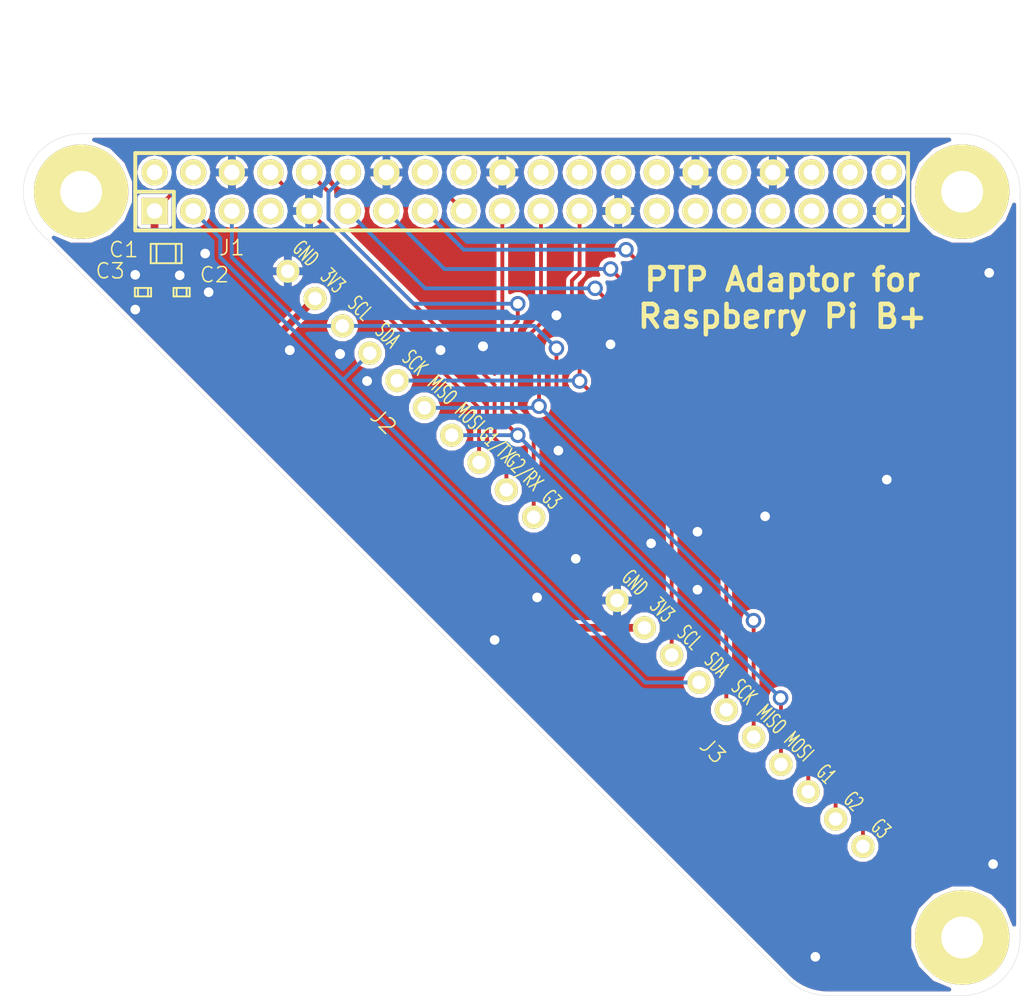
<source format=kicad_pcb>
(kicad_pcb (version 4) (host pcbnew "(2014-08-29 BZR 5106)-product")

  (general
    (links 34)
    (no_connects 0)
    (area 94.226379 76.187299 159.778701 132.854701)
    (thickness 1.6)
    (drawings 84)
    (tracks 323)
    (zones 0)
    (modules 9)
    (nets 33)
  )

  (page A4)
  (layers
    (0 F.Cu signal)
    (31 B.Cu signal)
    (32 B.Adhes user)
    (33 F.Adhes user)
    (34 B.Paste user)
    (35 F.Paste user)
    (36 B.SilkS user)
    (37 F.SilkS user)
    (38 B.Mask user)
    (39 F.Mask user)
    (40 Dwgs.User user)
    (41 Cmts.User user)
    (42 Eco1.User user)
    (43 Eco2.User user)
    (44 Edge.Cuts user)
    (45 Margin user)
    (46 B.CrtYd user)
    (47 F.CrtYd user)
    (48 B.Fab user)
    (49 F.Fab user)
  )

  (setup
    (last_trace_width 0.254)
    (trace_clearance 0.254)
    (zone_clearance 0.254)
    (zone_45_only no)
    (trace_min 0.2032)
    (segment_width 0.0254)
    (edge_width 0.2032)
    (via_size 1.016)
    (via_drill 0.635)
    (via_min_size 1.016)
    (via_min_drill 0.508)
    (uvia_size 0.508)
    (uvia_drill 0.127)
    (uvias_allowed no)
    (uvia_min_size 0.508)
    (uvia_min_drill 0.127)
    (pcb_text_width 0.3)
    (pcb_text_size 1.5 1.5)
    (mod_edge_width 0.15)
    (mod_text_size 1 1)
    (mod_text_width 0.15)
    (pad_size 1.524 1.524)
    (pad_drill 0.889)
    (pad_to_mask_clearance 0.0762)
    (aux_axis_origin 0 0)
    (visible_elements FFFFFFFF)
    (pcbplotparams
      (layerselection 0x00030_80000001)
      (usegerberextensions false)
      (excludeedgelayer true)
      (linewidth 0.100000)
      (plotframeref false)
      (viasonmask false)
      (mode 1)
      (useauxorigin false)
      (hpglpennumber 1)
      (hpglpenspeed 20)
      (hpglpendiameter 15)
      (hpglpenoverlay 2)
      (psnegative false)
      (psa4output false)
      (plotreference true)
      (plotvalue true)
      (plotinvisibletext false)
      (padsonsilk false)
      (subtractmaskfromsilk false)
      (outputformat 1)
      (mirror false)
      (drillshape 1)
      (scaleselection 1)
      (outputdirectory ""))
  )

  (net 0 "")
  (net 1 3V3)
  (net 2 GND)
  (net 3 "Net-(J1-Pad2)")
  (net 4 /SDA)
  (net 5 "Net-(J1-Pad4)")
  (net 6 /SCL)
  (net 7 "Net-(J1-Pad7)")
  (net 8 /A_G1/TX)
  (net 9 /A_G2/RX)
  (net 10 /B_G1/TX)
  (net 11 /A_G3)
  (net 12 /B_G2/RX)
  (net 13 /B_G3)
  (net 14 "Net-(J1-Pad16)")
  (net 15 "Net-(J1-Pad18)")
  (net 16 /MOSI)
  (net 17 /MISO)
  (net 18 "Net-(J1-Pad22)")
  (net 19 /SCK)
  (net 20 "Net-(J1-Pad24)")
  (net 21 "Net-(J1-Pad26)")
  (net 22 "Net-(J1-Pad27)")
  (net 23 "Net-(J1-Pad28)")
  (net 24 "Net-(J1-Pad29)")
  (net 25 "Net-(J1-Pad31)")
  (net 26 "Net-(J1-Pad32)")
  (net 27 "Net-(J1-Pad33)")
  (net 28 "Net-(J1-Pad35)")
  (net 29 "Net-(J1-Pad36)")
  (net 30 "Net-(J1-Pad37)")
  (net 31 "Net-(J1-Pad38)")
  (net 32 "Net-(J1-Pad40)")

  (net_class Default "This is the default net class."
    (clearance 0.254)
    (trace_width 0.254)
    (via_dia 1.016)
    (via_drill 0.635)
    (uvia_dia 0.508)
    (uvia_drill 0.127)
    (add_net /A_G1/TX)
    (add_net /A_G2/RX)
    (add_net /A_G3)
    (add_net /B_G1/TX)
    (add_net /B_G2/RX)
    (add_net /B_G3)
    (add_net /MISO)
    (add_net /MOSI)
    (add_net /SCK)
    (add_net /SCL)
    (add_net /SDA)
    (add_net 3V3)
    (add_net GND)
    (add_net "Net-(J1-Pad16)")
    (add_net "Net-(J1-Pad18)")
    (add_net "Net-(J1-Pad2)")
    (add_net "Net-(J1-Pad22)")
    (add_net "Net-(J1-Pad24)")
    (add_net "Net-(J1-Pad26)")
    (add_net "Net-(J1-Pad27)")
    (add_net "Net-(J1-Pad28)")
    (add_net "Net-(J1-Pad29)")
    (add_net "Net-(J1-Pad31)")
    (add_net "Net-(J1-Pad32)")
    (add_net "Net-(J1-Pad33)")
    (add_net "Net-(J1-Pad35)")
    (add_net "Net-(J1-Pad36)")
    (add_net "Net-(J1-Pad37)")
    (add_net "Net-(J1-Pad38)")
    (add_net "Net-(J1-Pad4)")
    (add_net "Net-(J1-Pad40)")
    (add_net "Net-(J1-Pad7)")
  )

  (module parts:HOLE-2.75mm-6.2mm (layer F.Cu) (tedit 5409EDC5) (tstamp 540A6394)
    (at 98.044 80.01)
    (path /5409FB3F)
    (fp_text reference H1 (at 0 -5.08) (layer F.SilkS) hide
      (effects (font (size 1 1) (thickness 0.15)))
    )
    (fp_text value HOLE (at 0 5.08) (layer F.SilkS) hide
      (effects (font (size 1 1) (thickness 0.15)))
    )
    (pad "" np_thru_hole circle (at 0 0) (size 6.2 6.2) (drill 2.75) (layers *.Cu *.Mask F.SilkS))
  )

  (module parts:HOLE-2.75mm-6.2mm (layer F.Cu) (tedit 5409EDC5) (tstamp 540A0349)
    (at 155.956 129.032)
    (path /5409FC68)
    (fp_text reference H2 (at 0 -5.08) (layer F.SilkS) hide
      (effects (font (size 1 1) (thickness 0.15)))
    )
    (fp_text value HOLE (at 0 5.08) (layer F.SilkS) hide
      (effects (font (size 1 1) (thickness 0.15)))
    )
    (pad "" np_thru_hole circle (at 0 0) (size 6.2 6.2) (drill 2.75) (layers *.Cu *.Mask F.SilkS))
  )

  (module Capacitors_SMD:c_0805 (layer F.Cu) (tedit 540A5B8F) (tstamp 540A0181)
    (at 103.632 84.074 180)
    (descr "SMT capacitor, 0805")
    (path /54091A17)
    (fp_text reference C1 (at 2.794 0.254 180) (layer F.SilkS)
      (effects (font (size 1 1) (thickness 0.1)))
    )
    (fp_text value 10uF (at 0 0.9906 180) (layer F.SilkS) hide
      (effects (font (size 0.29972 0.29972) (thickness 0.06096)))
    )
    (fp_line (start 0.635 -0.635) (end 0.635 0.635) (layer F.SilkS) (width 0.127))
    (fp_line (start -0.635 -0.635) (end -0.635 0.6096) (layer F.SilkS) (width 0.127))
    (fp_line (start -1.016 -0.635) (end 1.016 -0.635) (layer F.SilkS) (width 0.127))
    (fp_line (start 1.016 -0.635) (end 1.016 0.635) (layer F.SilkS) (width 0.127))
    (fp_line (start 1.016 0.635) (end -1.016 0.635) (layer F.SilkS) (width 0.127))
    (fp_line (start -1.016 0.635) (end -1.016 -0.635) (layer F.SilkS) (width 0.127))
    (pad 1 smd rect (at 0.9525 0 180) (size 1.30048 1.4986) (layers F.Cu F.Paste F.Mask)
      (net 1 3V3))
    (pad 2 smd rect (at -0.9525 0 180) (size 1.30048 1.4986) (layers F.Cu F.Paste F.Mask)
      (net 2 GND))
    (model smd/Capacitors/C0805.wrl
      (at (xyz 0 0 0))
      (scale (xyz 0.4 0.4 0.4))
      (rotate (xyz 0 0 0))
    )
  )

  (module Capacitors_SMD:c_0402 (layer F.Cu) (tedit 540A5BCE) (tstamp 540A0142)
    (at 104.648 86.614 180)
    (descr "SMT capacitor, 0402")
    (path /54093199)
    (fp_text reference C2 (at -2.159 1.143 180) (layer F.SilkS)
      (effects (font (size 1 1) (thickness 0.1)))
    )
    (fp_text value 1uF (at 0 0.4826 180) (layer F.SilkS) hide
      (effects (font (size 0.1524 0.1524) (thickness 0.03048)))
    )
    (fp_line (start 0.3302 -0.2794) (end 0.3302 0.2794) (layer F.SilkS) (width 0.127))
    (fp_line (start -0.3302 -0.2794) (end -0.3302 0.2794) (layer F.SilkS) (width 0.127))
    (fp_line (start -0.5334 -0.2794) (end -0.5334 0.2794) (layer F.SilkS) (width 0.127))
    (fp_line (start -0.5334 0.2794) (end 0.5334 0.2794) (layer F.SilkS) (width 0.127))
    (fp_line (start 0.5334 0.2794) (end 0.5334 -0.2794) (layer F.SilkS) (width 0.127))
    (fp_line (start 0.5334 -0.2794) (end -0.5334 -0.2794) (layer F.SilkS) (width 0.127))
    (pad 1 smd rect (at 0.54864 0 180) (size 0.8001 0.6985) (layers F.Cu F.Paste F.Mask)
      (net 1 3V3))
    (pad 2 smd rect (at -0.54864 0 180) (size 0.8001 0.6985) (layers F.Cu F.Paste F.Mask)
      (net 2 GND))
    (model smd/capacitors/c_0402.wrl
      (at (xyz 0 0 0))
      (scale (xyz 1 1 1))
      (rotate (xyz 0 0 0))
    )
  )

  (module Capacitors_SMD:c_0402 (layer F.Cu) (tedit 540A5BAE) (tstamp 540A0174)
    (at 102.108 86.614)
    (descr "SMT capacitor, 0402")
    (path /54091CCA)
    (fp_text reference C3 (at -2.159 -1.397) (layer F.SilkS)
      (effects (font (size 1 1) (thickness 0.1)))
    )
    (fp_text value 100nF (at 0 0.4826) (layer F.SilkS) hide
      (effects (font (size 0.1524 0.1524) (thickness 0.03048)))
    )
    (fp_line (start 0.3302 -0.2794) (end 0.3302 0.2794) (layer F.SilkS) (width 0.127))
    (fp_line (start -0.3302 -0.2794) (end -0.3302 0.2794) (layer F.SilkS) (width 0.127))
    (fp_line (start -0.5334 -0.2794) (end -0.5334 0.2794) (layer F.SilkS) (width 0.127))
    (fp_line (start -0.5334 0.2794) (end 0.5334 0.2794) (layer F.SilkS) (width 0.127))
    (fp_line (start 0.5334 0.2794) (end 0.5334 -0.2794) (layer F.SilkS) (width 0.127))
    (fp_line (start 0.5334 -0.2794) (end -0.5334 -0.2794) (layer F.SilkS) (width 0.127))
    (pad 1 smd rect (at 0.54864 0) (size 0.8001 0.6985) (layers F.Cu F.Paste F.Mask)
      (net 1 3V3))
    (pad 2 smd rect (at -0.54864 0) (size 0.8001 0.6985) (layers F.Cu F.Paste F.Mask)
      (net 2 GND))
    (model smd/capacitors/c_0402.wrl
      (at (xyz 0 0 0))
      (scale (xyz 1 1 1))
      (rotate (xyz 0 0 0))
    )
  )

  (module parts:HOLE-2.75mm-6.2mm (layer F.Cu) (tedit 5409F23E) (tstamp 540A0167)
    (at 156.21 80.01)
    (path /5409FB58)
    (fp_text reference H3 (at 0 -5.08) (layer F.SilkS) hide
      (effects (font (size 1 1) (thickness 0.15)))
    )
    (fp_text value HOLE (at 0 5.08) (layer F.SilkS) hide
      (effects (font (size 1 1) (thickness 0.15)))
    )
    (pad "" np_thru_hole circle (at -0.254 0) (size 6.2 6.2) (drill 2.75) (layers *.Cu *.Mask F.SilkS))
  )

  (module Pin_Headers:Pin_Header_Straight_2x20 (layer F.Cu) (tedit 540A5BF3) (tstamp 540A01B6)
    (at 127 80.01)
    (descr "1 pin")
    (tags "CONN DEV")
    (path /54090FDC)
    (fp_text reference J1 (at -19.05 3.683) (layer F.SilkS)
      (effects (font (size 1 1) (thickness 0.1)))
    )
    (fp_text value RASPI_B+ (at 0 0) (layer F.SilkS) hide
      (effects (font (size 1.27 1.27) (thickness 0.2032)))
    )
    (fp_line (start 25.4 -2.54) (end -25.4 -2.54) (layer F.SilkS) (width 0.254))
    (fp_line (start -22.86 2.54) (end 25.4 2.54) (layer F.SilkS) (width 0.254))
    (fp_line (start 25.4 -2.54) (end 25.4 2.54) (layer F.SilkS) (width 0.254))
    (fp_line (start -25.4 -2.54) (end -25.4 0) (layer F.SilkS) (width 0.254))
    (fp_line (start -25.4 2.54) (end -22.86 2.54) (layer F.SilkS) (width 0.254))
    (fp_line (start -25.4 0) (end -22.86 0) (layer F.SilkS) (width 0.254))
    (fp_line (start -22.86 0) (end -22.86 2.54) (layer F.SilkS) (width 0.254))
    (fp_line (start -25.4 2.54) (end -25.4 0) (layer F.SilkS) (width 0.254))
    (pad 1 thru_hole rect (at -24.13 1.27) (size 1.7272 1.7272) (drill 1.016) (layers *.Cu *.Mask F.SilkS)
      (net 1 3V3))
    (pad 2 thru_hole oval (at -24.13 -1.27) (size 1.7272 1.7272) (drill 1.016) (layers *.Cu *.Mask F.SilkS)
      (net 3 "Net-(J1-Pad2)"))
    (pad 3 thru_hole oval (at -21.59 1.27) (size 1.7272 1.7272) (drill 1.016) (layers *.Cu *.Mask F.SilkS)
      (net 4 /SDA))
    (pad 4 thru_hole oval (at -21.59 -1.27) (size 1.7272 1.7272) (drill 1.016) (layers *.Cu *.Mask F.SilkS)
      (net 5 "Net-(J1-Pad4)"))
    (pad 5 thru_hole oval (at -19.05 1.27) (size 1.7272 1.7272) (drill 1.016) (layers *.Cu *.Mask F.SilkS)
      (net 6 /SCL))
    (pad 6 thru_hole oval (at -19.05 -1.27) (size 1.7272 1.7272) (drill 1.016) (layers *.Cu *.Mask F.SilkS)
      (net 2 GND))
    (pad 7 thru_hole oval (at -16.51 1.27) (size 1.7272 1.7272) (drill 1.016) (layers *.Cu *.Mask F.SilkS)
      (net 7 "Net-(J1-Pad7)"))
    (pad 8 thru_hole oval (at -16.51 -1.27) (size 1.7272 1.7272) (drill 1.016) (layers *.Cu *.Mask F.SilkS)
      (net 8 /A_G1/TX))
    (pad 9 thru_hole oval (at -13.97 1.27) (size 1.7272 1.7272) (drill 1.016) (layers *.Cu *.Mask F.SilkS)
      (net 2 GND))
    (pad 10 thru_hole oval (at -13.97 -1.27) (size 1.7272 1.7272) (drill 1.016) (layers *.Cu *.Mask F.SilkS)
      (net 9 /A_G2/RX))
    (pad 11 thru_hole oval (at -11.43 1.27) (size 1.7272 1.7272) (drill 1.016) (layers *.Cu *.Mask F.SilkS)
      (net 10 /B_G1/TX))
    (pad 12 thru_hole oval (at -11.43 -1.27) (size 1.7272 1.7272) (drill 1.016) (layers *.Cu *.Mask F.SilkS)
      (net 11 /A_G3))
    (pad 13 thru_hole oval (at -8.89 1.27) (size 1.7272 1.7272) (drill 1.016) (layers *.Cu *.Mask F.SilkS)
      (net 12 /B_G2/RX))
    (pad 14 thru_hole oval (at -8.89 -1.27) (size 1.7272 1.7272) (drill 1.016) (layers *.Cu *.Mask F.SilkS)
      (net 2 GND))
    (pad 15 thru_hole oval (at -6.35 1.27) (size 1.7272 1.7272) (drill 1.016) (layers *.Cu *.Mask F.SilkS)
      (net 13 /B_G3))
    (pad 16 thru_hole oval (at -6.35 -1.27) (size 1.7272 1.7272) (drill 1.016) (layers *.Cu *.Mask F.SilkS)
      (net 14 "Net-(J1-Pad16)"))
    (pad 17 thru_hole oval (at -3.81 1.27) (size 1.7272 1.7272) (drill 1.016) (layers *.Cu *.Mask F.SilkS)
      (net 1 3V3))
    (pad 18 thru_hole oval (at -3.81 -1.27) (size 1.7272 1.7272) (drill 1.016) (layers *.Cu *.Mask F.SilkS)
      (net 15 "Net-(J1-Pad18)"))
    (pad 19 thru_hole oval (at -1.27 1.27) (size 1.7272 1.7272) (drill 1.016) (layers *.Cu *.Mask F.SilkS)
      (net 16 /MOSI))
    (pad 20 thru_hole oval (at -1.27 -1.27) (size 1.7272 1.7272) (drill 1.016) (layers *.Cu *.Mask F.SilkS)
      (net 2 GND))
    (pad 21 thru_hole oval (at 1.27 1.27) (size 1.7272 1.7272) (drill 1.016) (layers *.Cu *.Mask F.SilkS)
      (net 17 /MISO))
    (pad 22 thru_hole oval (at 1.27 -1.27) (size 1.7272 1.7272) (drill 1.016) (layers *.Cu *.Mask F.SilkS)
      (net 18 "Net-(J1-Pad22)"))
    (pad 23 thru_hole oval (at 3.81 1.27) (size 1.7272 1.7272) (drill 1.016) (layers *.Cu *.Mask F.SilkS)
      (net 19 /SCK))
    (pad 24 thru_hole oval (at 3.81 -1.27) (size 1.7272 1.7272) (drill 1.016) (layers *.Cu *.Mask F.SilkS)
      (net 20 "Net-(J1-Pad24)"))
    (pad 25 thru_hole oval (at 6.35 1.27) (size 1.7272 1.7272) (drill 1.016) (layers *.Cu *.Mask F.SilkS)
      (net 2 GND))
    (pad 26 thru_hole oval (at 6.35 -1.27) (size 1.7272 1.7272) (drill 1.016) (layers *.Cu *.Mask F.SilkS)
      (net 21 "Net-(J1-Pad26)"))
    (pad 27 thru_hole oval (at 8.89 1.27) (size 1.7272 1.7272) (drill 1.016) (layers *.Cu *.Mask F.SilkS)
      (net 22 "Net-(J1-Pad27)"))
    (pad 28 thru_hole oval (at 8.89 -1.27) (size 1.7272 1.7272) (drill 1.016) (layers *.Cu *.Mask F.SilkS)
      (net 23 "Net-(J1-Pad28)"))
    (pad 29 thru_hole oval (at 11.43 1.27) (size 1.7272 1.7272) (drill 1.016) (layers *.Cu *.Mask F.SilkS)
      (net 24 "Net-(J1-Pad29)"))
    (pad 30 thru_hole oval (at 11.43 -1.27) (size 1.7272 1.7272) (drill 1.016) (layers *.Cu *.Mask F.SilkS)
      (net 2 GND))
    (pad 31 thru_hole oval (at 13.97 1.27) (size 1.7272 1.7272) (drill 1.016) (layers *.Cu *.Mask F.SilkS)
      (net 25 "Net-(J1-Pad31)"))
    (pad 32 thru_hole oval (at 13.97 -1.27) (size 1.7272 1.7272) (drill 1.016) (layers *.Cu *.Mask F.SilkS)
      (net 26 "Net-(J1-Pad32)"))
    (pad 33 thru_hole oval (at 16.51 1.27) (size 1.7272 1.7272) (drill 1.016) (layers *.Cu *.Mask F.SilkS)
      (net 27 "Net-(J1-Pad33)"))
    (pad 34 thru_hole oval (at 16.51 -1.27) (size 1.7272 1.7272) (drill 1.016) (layers *.Cu *.Mask F.SilkS)
      (net 2 GND))
    (pad 35 thru_hole oval (at 19.05 1.27) (size 1.7272 1.7272) (drill 1.016) (layers *.Cu *.Mask F.SilkS)
      (net 28 "Net-(J1-Pad35)"))
    (pad 36 thru_hole oval (at 19.05 -1.27) (size 1.7272 1.7272) (drill 1.016) (layers *.Cu *.Mask F.SilkS)
      (net 29 "Net-(J1-Pad36)"))
    (pad 37 thru_hole oval (at 21.59 1.27) (size 1.7272 1.7272) (drill 1.016) (layers *.Cu *.Mask F.SilkS)
      (net 30 "Net-(J1-Pad37)"))
    (pad 38 thru_hole oval (at 21.59 -1.27) (size 1.7272 1.7272) (drill 1.016) (layers *.Cu *.Mask F.SilkS)
      (net 31 "Net-(J1-Pad38)"))
    (pad 39 thru_hole oval (at 24.13 1.27) (size 1.7272 1.7272) (drill 1.016) (layers *.Cu *.Mask F.SilkS)
      (net 2 GND))
    (pad 40 thru_hole oval (at 24.13 -1.27) (size 1.7272 1.7272) (drill 1.016) (layers *.Cu *.Mask F.SilkS)
      (net 32 "Net-(J1-Pad40)"))
    (model Pin_Headers/Pin_Header_Straight_2x20.wrl
      (at (xyz 0 0 0))
      (scale (xyz 1 1 1))
      (rotate (xyz 0 0 0))
    )
  )

  (module parts:MODULE_HEADER_TESSEL (layer F.Cu) (tedit 540A34DA) (tstamp 540A3720)
    (at 119.7102 93.3196 315)
    (path /5409F754)
    (fp_text reference J2 (at 0 2.54 315) (layer F.SilkS)
      (effects (font (size 1 1) (thickness 0.1)))
    )
    (fp_text value MODULE_HEADER (at -13.97 0 315) (layer F.SilkS) hide
      (effects (font (size 1 1) (thickness 0.1)))
    )
    (fp_text user G3 (at 11.43 -1.651 315) (layer F.SilkS)
      (effects (font (size 1 0.55) (thickness 0.1)))
    )
    (fp_text user G2/RX (at 8.89 -1.651 315) (layer F.SilkS)
      (effects (font (size 1 0.55) (thickness 0.1)))
    )
    (fp_text user G1/TX (at 6.35 -1.651 315) (layer F.SilkS)
      (effects (font (size 1 0.55) (thickness 0.1)))
    )
    (fp_text user MOSI (at 3.81 -1.651 315) (layer F.SilkS)
      (effects (font (size 1 0.55) (thickness 0.1)))
    )
    (fp_text user MISO (at 1.27 -1.651 315) (layer F.SilkS)
      (effects (font (size 1 0.55) (thickness 0.1)))
    )
    (fp_text user SCK (at -1.27 -1.651 315) (layer F.SilkS)
      (effects (font (size 1 0.55) (thickness 0.1)))
    )
    (fp_text user SDA (at -3.81 -1.651 315) (layer F.SilkS)
      (effects (font (size 1 0.55) (thickness 0.1)))
    )
    (fp_text user SCL (at -6.35 -1.651 315) (layer F.SilkS)
      (effects (font (size 1 0.55) (thickness 0.1)))
    )
    (fp_text user 3V3 (at -8.89 -1.651 315) (layer F.SilkS)
      (effects (font (size 1 0.55) (thickness 0.1)))
    )
    (fp_text user GND (at -11.43 -1.651 315) (layer F.SilkS)
      (effects (font (size 1 0.55) (thickness 0.1)))
    )
    (pad 1 thru_hole circle (at -11.43 0 315) (size 1.524 1.524) (drill 0.889) (layers *.Cu *.Mask F.SilkS)
      (net 2 GND))
    (pad 2 thru_hole circle (at -8.89 0 315) (size 1.524 1.524) (drill 0.889) (layers *.Cu *.Mask F.SilkS)
      (net 1 3V3))
    (pad 3 thru_hole circle (at -6.35 0 315) (size 1.524 1.524) (drill 0.889) (layers *.Cu *.Mask F.SilkS)
      (net 6 /SCL))
    (pad 4 thru_hole circle (at -3.81 0 315) (size 1.524 1.524) (drill 0.889) (layers *.Cu *.Mask F.SilkS)
      (net 4 /SDA))
    (pad 5 thru_hole circle (at -1.27 0 315) (size 1.524 1.524) (drill 0.889) (layers *.Cu *.Mask F.SilkS)
      (net 19 /SCK))
    (pad 6 thru_hole circle (at 1.27 0 315) (size 1.524 1.524) (drill 0.889) (layers *.Cu *.Mask F.SilkS)
      (net 17 /MISO))
    (pad 7 thru_hole circle (at 3.81 0 315) (size 1.524 1.524) (drill 0.889) (layers *.Cu *.Mask F.SilkS)
      (net 16 /MOSI))
    (pad 8 thru_hole circle (at 6.35 0 315) (size 1.524 1.524) (drill 0.889) (layers *.Cu *.Mask F.SilkS)
      (net 8 /A_G1/TX))
    (pad 9 thru_hole circle (at 8.89 0 315) (size 1.524 1.524) (drill 0.889) (layers *.Cu *.Mask F.SilkS)
      (net 9 /A_G2/RX))
    (pad 10 thru_hole circle (at 11.43 0 315) (size 1.524 1.524) (drill 0.889) (layers *.Cu *.Mask F.SilkS)
      (net 11 /A_G3))
  )

  (module parts:MODULE_HEADER_TESSEL (layer F.Cu) (tedit 540A34EB) (tstamp 540A246A)
    (at 141.351 114.9604 315)
    (path /5409F7C3)
    (fp_text reference J3 (at 0 2.54 315) (layer F.SilkS)
      (effects (font (size 1 1) (thickness 0.1)))
    )
    (fp_text value MODULE_HEADER (at -13.97 0 315) (layer F.SilkS) hide
      (effects (font (size 1 1) (thickness 0.1)))
    )
    (fp_text user G3 (at 11.43 -1.651 315) (layer F.SilkS)
      (effects (font (size 1 0.55) (thickness 0.1)))
    )
    (fp_text user G2 (at 8.89 -1.651 315) (layer F.SilkS)
      (effects (font (size 1 0.55) (thickness 0.1)))
    )
    (fp_text user G1 (at 6.35 -1.651 315) (layer F.SilkS)
      (effects (font (size 1 0.55) (thickness 0.1)))
    )
    (fp_text user MOSI (at 3.81 -1.651 315) (layer F.SilkS)
      (effects (font (size 1 0.55) (thickness 0.1)))
    )
    (fp_text user MISO (at 1.27 -1.651 315) (layer F.SilkS)
      (effects (font (size 1 0.55) (thickness 0.1)))
    )
    (fp_text user SCK (at -1.27 -1.651 315) (layer F.SilkS)
      (effects (font (size 1 0.55) (thickness 0.1)))
    )
    (fp_text user SDA (at -3.81 -1.651 315) (layer F.SilkS)
      (effects (font (size 1 0.55) (thickness 0.1)))
    )
    (fp_text user SCL (at -6.35 -1.651 315) (layer F.SilkS)
      (effects (font (size 1 0.55) (thickness 0.1)))
    )
    (fp_text user 3V3 (at -8.89 -1.651 315) (layer F.SilkS)
      (effects (font (size 1 0.55) (thickness 0.1)))
    )
    (fp_text user GND (at -11.43 -1.651 315) (layer F.SilkS)
      (effects (font (size 1 0.55) (thickness 0.1)))
    )
    (pad 1 thru_hole circle (at -11.430001 0 315) (size 1.524 1.524) (drill 0.889) (layers *.Cu *.Mask F.SilkS)
      (net 2 GND))
    (pad 2 thru_hole circle (at -8.89 0 315) (size 1.524 1.524) (drill 0.889) (layers *.Cu *.Mask F.SilkS)
      (net 1 3V3))
    (pad 3 thru_hole circle (at -6.35 0 315) (size 1.524 1.524) (drill 0.889) (layers *.Cu *.Mask F.SilkS)
      (net 6 /SCL))
    (pad 4 thru_hole circle (at -3.81 0 315) (size 1.524 1.524) (drill 0.889) (layers *.Cu *.Mask F.SilkS)
      (net 4 /SDA))
    (pad 5 thru_hole circle (at -1.27 0 315) (size 1.524 1.524) (drill 0.889) (layers *.Cu *.Mask F.SilkS)
      (net 19 /SCK))
    (pad 6 thru_hole circle (at 1.27 0 315) (size 1.524 1.524) (drill 0.889) (layers *.Cu *.Mask F.SilkS)
      (net 17 /MISO))
    (pad 7 thru_hole circle (at 3.81 0 274.3) (size 1.524 1.524) (drill 0.889) (layers *.Cu *.Mask F.SilkS)
      (net 16 /MOSI))
    (pad 8 thru_hole circle (at 6.35 0 315) (size 1.524 1.524) (drill 0.889) (layers *.Cu *.Mask F.SilkS)
      (net 10 /B_G1/TX))
    (pad 9 thru_hole circle (at 8.89 0 315) (size 1.524 1.524) (drill 0.889) (layers *.Cu *.Mask F.SilkS)
      (net 12 /B_G2/RX))
    (pad 10 thru_hole circle (at 11.43 0 315) (size 1.524 1.524) (drill 0.889) (layers *.Cu *.Mask F.SilkS)
      (net 13 /B_G3))
  )

  (gr_line (start 97.8154 76.2127) (end 98.044 76.2) (layer Edge.Cuts) (width 0.0254))
  (gr_line (start 97.66808 76.2254) (end 97.8154 76.2127) (layer Edge.Cuts) (width 0.0254))
  (gr_line (start 97.29978 76.27874) (end 97.66808 76.2254) (layer Edge.Cuts) (width 0.0254))
  (gr_line (start 96.9391 76.37018) (end 97.29978 76.27874) (layer Edge.Cuts) (width 0.0254))
  (gr_line (start 96.59112 76.49464) (end 96.9391 76.37018) (layer Edge.Cuts) (width 0.0254))
  (gr_line (start 96.24822 76.6572) (end 96.59112 76.49464) (layer Edge.Cuts) (width 0.0254))
  (gr_line (start 95.93326 76.84516) (end 96.24822 76.6572) (layer Edge.Cuts) (width 0.0254))
  (gr_line (start 95.62846 77.07122) (end 95.93326 76.84516) (layer Edge.Cuts) (width 0.0254))
  (gr_line (start 95.3516 77.32268) (end 95.62846 77.07122) (layer Edge.Cuts) (width 0.0254))
  (gr_line (start 95.10522 77.59446) (end 95.3516 77.32268) (layer Edge.Cuts) (width 0.0254))
  (gr_line (start 94.8817 77.89418) (end 95.10522 77.59446) (layer Edge.Cuts) (width 0.0254))
  (gr_line (start 94.68866 78.21676) (end 94.8817 77.89418) (layer Edge.Cuts) (width 0.0254))
  (gr_line (start 94.52864 78.55458) (end 94.68866 78.21676) (layer Edge.Cuts) (width 0.0254))
  (gr_line (start 94.40672 78.89494) (end 94.52864 78.55458) (layer Edge.Cuts) (width 0.0254))
  (gr_line (start 94.31274 79.26832) (end 94.40672 78.89494) (layer Edge.Cuts) (width 0.0254))
  (gr_line (start 94.2594 79.62646) (end 94.31274 79.26832) (layer Edge.Cuts) (width 0.0254))
  (gr_line (start 94.23908 80.01) (end 94.2594 79.62646) (layer Edge.Cuts) (width 0.0254))
  (gr_line (start 94.25686 80.38338) (end 94.23908 80.01) (layer Edge.Cuts) (width 0.0254))
  (gr_line (start 94.31274 80.75168) (end 94.25686 80.38338) (layer Edge.Cuts) (width 0.0254))
  (gr_line (start 94.40418 81.1149) (end 94.31274 80.75168) (layer Edge.Cuts) (width 0.0254))
  (gr_line (start 94.52864 81.46542) (end 94.40418 81.1149) (layer Edge.Cuts) (width 0.0254))
  (gr_line (start 94.68866 81.80324) (end 94.52864 81.46542) (layer Edge.Cuts) (width 0.0254))
  (gr_line (start 94.8817 82.12328) (end 94.68866 81.80324) (layer Edge.Cuts) (width 0.0254))
  (gr_line (start 95.10268 82.423) (end 94.8817 82.12328) (layer Edge.Cuts) (width 0.0254))
  (gr_line (start 95.35414 82.69986) (end 95.10268 82.423) (layer Edge.Cuts) (width 0.0254))
  (gr_line (start 144.39646 131.69646) (end 95.35414 82.69986) (layer Edge.Cuts) (width 0.0254))
  (gr_line (start 144.70126 131.9784) (end 144.39646 131.69646) (layer Edge.Cuts) (width 0.0254))
  (gr_line (start 145.00098 132.20192) (end 144.70126 131.9784) (layer Edge.Cuts) (width 0.0254))
  (gr_line (start 145.32102 132.39242) (end 145.00098 132.20192) (layer Edge.Cuts) (width 0.0254))
  (gr_line (start 145.65884 132.55244) (end 145.32102 132.39242) (layer Edge.Cuts) (width 0.0254))
  (gr_line (start 146.00428 132.6769) (end 145.65884 132.55244) (layer Edge.Cuts) (width 0.0254))
  (gr_line (start 146.37512 132.76834) (end 146.00428 132.6769) (layer Edge.Cuts) (width 0.0254))
  (gr_line (start 146.7358 132.82168) (end 146.37512 132.76834) (layer Edge.Cuts) (width 0.0254))
  (gr_line (start 147.11426 132.842) (end 146.7358 132.82168) (layer Edge.Cuts) (width 0.0254))
  (gr_line (start 155.956 132.842) (end 147.11426 132.842) (layer Edge.Cuts) (width 0.0254))
  (gr_line (start 156.32684 132.82422) (end 155.956 132.842) (layer Edge.Cuts) (width 0.0254))
  (gr_line (start 156.69514 132.76834) (end 156.32684 132.82422) (layer Edge.Cuts) (width 0.0254))
  (gr_line (start 157.0609 132.6769) (end 156.69514 132.76834) (layer Edge.Cuts) (width 0.0254))
  (gr_line (start 157.41142 132.55244) (end 157.0609 132.6769) (layer Edge.Cuts) (width 0.0254))
  (gr_line (start 157.75178 132.39242) (end 157.41142 132.55244) (layer Edge.Cuts) (width 0.0254))
  (gr_line (start 158.07436 132.19938) (end 157.75178 132.39242) (layer Edge.Cuts) (width 0.0254))
  (gr_line (start 158.37154 131.9784) (end 158.07436 132.19938) (layer Edge.Cuts) (width 0.0254))
  (gr_line (start 158.6484 131.72694) (end 158.37154 131.9784) (layer Edge.Cuts) (width 0.0254))
  (gr_line (start 158.89986 131.45008) (end 158.6484 131.72694) (layer Edge.Cuts) (width 0.0254))
  (gr_line (start 159.12338 131.15036) (end 158.89986 131.45008) (layer Edge.Cuts) (width 0.0254))
  (gr_line (start 159.31642 130.82778) (end 159.12338 131.15036) (layer Edge.Cuts) (width 0.0254))
  (gr_line (start 159.47644 130.48996) (end 159.31642 130.82778) (layer Edge.Cuts) (width 0.0254))
  (gr_line (start 159.6009 130.13944) (end 159.47644 130.48996) (layer Edge.Cuts) (width 0.0254))
  (gr_line (start 159.69234 129.77368) (end 159.6009 130.13944) (layer Edge.Cuts) (width 0.0254))
  (gr_line (start 159.74822 129.40792) (end 159.69234 129.77368) (layer Edge.Cuts) (width 0.0254))
  (gr_line (start 159.766 129.032) (end 159.74822 129.40792) (layer Edge.Cuts) (width 0.0254))
  (gr_line (start 159.766 80.01) (end 159.766 129.032) (layer Edge.Cuts) (width 0.0254))
  (gr_line (start 159.74822 79.63408) (end 159.766 80.01) (layer Edge.Cuts) (width 0.0254))
  (gr_line (start 159.69234 79.26832) (end 159.74822 79.63408) (layer Edge.Cuts) (width 0.0254))
  (gr_line (start 159.6009 78.90256) (end 159.69234 79.26832) (layer Edge.Cuts) (width 0.0254))
  (gr_line (start 159.4739 78.54696) (end 159.6009 78.90256) (layer Edge.Cuts) (width 0.0254))
  (gr_line (start 159.31896 78.2193) (end 159.4739 78.54696) (layer Edge.Cuts) (width 0.0254))
  (gr_line (start 159.12084 77.8891) (end 159.31896 78.2193) (layer Edge.Cuts) (width 0.0254))
  (gr_line (start 158.89732 77.58938) (end 159.12084 77.8891) (layer Edge.Cuts) (width 0.0254))
  (gr_line (start 158.64586 77.31252) (end 158.89732 77.58938) (layer Edge.Cuts) (width 0.0254))
  (gr_line (start 158.37408 77.06614) (end 158.64586 77.31252) (layer Edge.Cuts) (width 0.0254))
  (gr_line (start 158.06928 76.84008) (end 158.37408 77.06614) (layer Edge.Cuts) (width 0.0254))
  (gr_line (start 157.74924 76.64958) (end 158.06928 76.84008) (layer Edge.Cuts) (width 0.0254))
  (gr_line (start 157.41142 76.48956) (end 157.74924 76.64958) (layer Edge.Cuts) (width 0.0254))
  (gr_line (start 157.0609 76.36256) (end 157.41142 76.48956) (layer Edge.Cuts) (width 0.0254))
  (gr_line (start 156.6926 76.27366) (end 157.0609 76.36256) (layer Edge.Cuts) (width 0.0254))
  (gr_line (start 156.32938 76.21778) (end 156.6926 76.27366) (layer Edge.Cuts) (width 0.0254))
  (gr_line (start 155.956 76.2) (end 156.32938 76.21778) (layer Edge.Cuts) (width 0.0254))
  (gr_line (start 98.044 76.2) (end 155.956 76.2) (layer Edge.Cuts) (width 0.0254))
  (gr_line (start 98.044 76.2) (end 97.8154 76.2127) (layer Dwgs.User) (width 0.0254) (tstamp 540A55A6))
  (gr_text "PTP Adaptor for\nRaspberry Pi B+" (at 144.145 86.995) (layer F.SilkS)
    (effects (font (size 1.5 1.5) (thickness 0.3)))
  )
  (gr_line (start 128.778 102.362) (end 123.698 97.282) (layer Dwgs.User) (width 0.2))
  (gr_line (start 128.778 102.362) (end 132.588 106.172) (layer Dwgs.User) (width 0.2))
  (gr_line (start 121.92 109.22) (end 128.778 102.362) (layer Dwgs.User) (width 0.2))
  (gr_arc (start 147.1168 129.032) (end 147.1168 132.842) (angle 45.5) (layer Dwgs.User) (width 0.0254) (tstamp 540A55FB))
  (gr_line (start 155.956 132.842) (end 147.1168 132.842) (layer Dwgs.User) (width 0.0254))
  (gr_line (start 95.35414 82.69986) (end 144.399 131.699) (layer Dwgs.User) (width 0.0254) (tstamp 540A5602))
  (gr_arc (start 98.044 80.01) (end 95.35414 82.69986) (angle 131.5) (layer Dwgs.User) (width 0.0254) (tstamp 540A55D2))
  (gr_arc (start 155.956 129.032) (end 159.766 129.032) (angle 90) (layer Dwgs.User) (width 0.0254))
  (gr_arc (start 155.956 80.01) (end 155.956 76.2) (angle 90) (layer Dwgs.User) (width 0.0254) (tstamp 540A5565))
  (gr_line (start 159.766 80.01) (end 159.766 129.032) (layer Dwgs.User) (width 0.0254) (tstamp 540A555F))
  (gr_line (start 98.044 76.2) (end 155.956 76.2) (layer Dwgs.User) (width 0.0254) (tstamp 540A5492))
  (dimension 28.956 (width 0.3) (layer Dwgs.User) (tstamp 540A3A17)
    (gr_text "1.1400 in" (at 112.522 72.818) (layer Dwgs.User) (tstamp 540A3A18)
      (effects (font (size 1.5 1.5) (thickness 0.3)))
    )
    (feature1 (pts (xy 98.044 80.01) (xy 98.044 71.468)))
    (feature2 (pts (xy 127 80.01) (xy 127 71.468)))
    (crossbar (pts (xy 127 74.168) (xy 98.044 74.168)))
    (arrow1a (pts (xy 98.044 74.168) (xy 99.170504 73.581579)))
    (arrow1b (pts (xy 98.044 74.168) (xy 99.170504 74.754421)))
    (arrow2a (pts (xy 127 74.168) (xy 125.873496 73.581579)))
    (arrow2b (pts (xy 127 74.168) (xy 125.873496 74.754421)))
  )
  (dimension 57.912 (width 0.3) (layer Dwgs.User) (tstamp 540A037C)
    (gr_text "2.2800 in" (at 127 69.262) (layer Dwgs.User) (tstamp 540A037D)
      (effects (font (size 1.5 1.5) (thickness 0.3)))
    )
    (feature1 (pts (xy 155.956 80.01) (xy 155.956 67.912)))
    (feature2 (pts (xy 98.044 80.01) (xy 98.044 67.912)))
    (crossbar (pts (xy 98.044 70.612) (xy 155.956 70.612)))
    (arrow1a (pts (xy 155.956 70.612) (xy 154.829496 71.198421)))
    (arrow1b (pts (xy 155.956 70.612) (xy 154.829496 70.025579)))
    (arrow2a (pts (xy 98.044 70.612) (xy 99.170504 71.198421)))
    (arrow2b (pts (xy 98.044 70.612) (xy 99.170504 70.025579)))
  )

  (segment (start 128.016 106.68) (end 111.76 90.424) (width 0.254) (layer Dwgs.User) (net 0))
  (segment (start 121.92 80.01) (end 123.19 81.28) (width 0.254) (layer F.Cu) (net 1) (status 20))
  (segment (start 121.92 78.232) (end 121.92 80.01) (width 0.254) (layer F.Cu) (net 1))
  (segment (start 104.902 77.47) (end 121.158 77.47) (width 0.254) (layer F.Cu) (net 1))
  (segment (start 104.14 78.232) (end 104.902 77.47) (width 0.254) (layer F.Cu) (net 1))
  (segment (start 121.158 77.47) (end 121.92 78.232) (width 0.254) (layer F.Cu) (net 1))
  (segment (start 104.14 80.01) (end 104.14 78.232) (width 0.254) (layer F.Cu) (net 1))
  (segment (start 102.87 81.28) (end 104.14 80.01) (width 0.254) (layer F.Cu) (net 1) (status 10))
  (segment (start 110.706221 89.751221) (end 110.033442 90.424) (width 0.508) (layer F.Cu) (net 1))
  (segment (start 110.033442 90.424) (end 107.061 90.424) (width 0.508) (layer F.Cu) (net 1))
  (segment (start 107.061 90.424) (end 104.09936 87.46236) (width 0.508) (layer F.Cu) (net 1))
  (segment (start 104.09936 87.46236) (end 104.09936 86.614) (width 0.508) (layer F.Cu) (net 1))
  (segment (start 135.064821 108.674221) (end 128.359221 108.674221) (width 0.508) (layer F.Cu) (net 1))
  (segment (start 128.359221 108.674221) (end 110.071221 90.386221) (width 0.508) (layer F.Cu) (net 1))
  (segment (start 110.071221 90.386221) (end 110.706221 89.751221) (width 0.508) (layer F.Cu) (net 1))
  (segment (start 102.87 83.8835) (end 102.6795 84.074) (width 0.508) (layer F.Cu) (net 1) (status 30))
  (segment (start 102.87 81.28) (end 102.87 83.8835) (width 0.508) (layer F.Cu) (net 1) (status 30))
  (segment (start 102.65664 86.614) (end 102.65664 84.09686) (width 0.508) (layer F.Cu) (net 1))
  (segment (start 104.09936 86.614) (end 102.65664 86.614) (width 0.508) (layer F.Cu) (net 1))
  (segment (start 102.65664 84.09686) (end 102.6795 84.074) (width 0.508) (layer F.Cu) (net 1))
  (segment (start 113.424021 87.033421) (end 110.706221 89.751221) (width 0.508) (layer F.Cu) (net 1))
  (via (at 124.46 90.17) (size 1.016) (drill 0.635) (layers F.Cu B.Cu) (net 2))
  (segment (start 124.46 90.17) (end 124.46 80.391) (width 0.254) (layer F.Cu) (net 2))
  (segment (start 124.46 80.391) (end 124.841 80.01) (width 0.254) (layer F.Cu) (net 2))
  (segment (start 124.841 80.01) (end 125.73 80.01) (width 0.254) (layer F.Cu) (net 2))
  (via (at 124.46 90.17) (size 1.016) (drill 0.635) (layers F.Cu B.Cu) (net 2))
  (via (at 124.46 90.17) (size 1.016) (drill 0.635) (layers F.Cu B.Cu) (net 2))
  (segment (start 121.666 90.424) (end 124.206 90.424) (width 0.254) (layer B.Cu) (net 2))
  (via (at 124.46 90.17) (size 1.016) (drill 0.635) (layers F.Cu B.Cu) (net 2))
  (segment (start 124.206 90.424) (end 124.46 90.17) (width 0.254) (layer B.Cu) (net 2))
  (segment (start 113.03 80.137) (end 112.928399 80.035399) (width 0.254) (layer B.Cu) (net 2))
  (segment (start 112.928399 80.035399) (end 109.245399 80.035399) (width 0.254) (layer B.Cu) (net 2))
  (segment (start 114.274601 79.337409) (end 114.274601 79.316965) (width 0.254) (layer B.Cu) (net 2))
  (segment (start 115.37899 77.089) (end 116.235198 77.089) (width 0.254) (layer B.Cu) (net 2))
  (segment (start 113.03 81.28) (end 113.03 80.137) (width 0.254) (layer B.Cu) (net 2))
  (segment (start 114.274601 79.316965) (end 114.3 79.291566) (width 0.254) (layer B.Cu) (net 2))
  (segment (start 113.03 80.137) (end 113.182399 79.984601) (width 0.254) (layer B.Cu) (net 2))
  (segment (start 113.182399 79.984601) (end 113.627409 79.984601) (width 0.254) (layer B.Cu) (net 2))
  (segment (start 113.627409 79.984601) (end 114.274601 79.337409) (width 0.254) (layer B.Cu) (net 2))
  (segment (start 114.3 79.291566) (end 114.3 78.16799) (width 0.254) (layer B.Cu) (net 2))
  (segment (start 114.3 78.16799) (end 115.37899 77.089) (width 0.254) (layer B.Cu) (net 2))
  (segment (start 129.53947 80.01) (end 125.73 80.01) (width 0.254) (layer F.Cu) (net 2))
  (segment (start 125.73 80.01) (end 125.73 78.74) (width 0.254) (layer F.Cu) (net 2))
  (segment (start 105.19664 86.614) (end 105.19664 86.175716) (width 0.254) (layer F.Cu) (net 2))
  (segment (start 105.19664 86.175716) (end 104.524071 85.503147) (width 0.254) (layer F.Cu) (net 2))
  (via (at 104.524071 85.503147) (size 1.016) (drill 0.635) (layers F.Cu B.Cu) (net 2))
  (segment (start 107.95 80.01) (end 107.924601 80.035399) (width 0.254) (layer B.Cu) (net 2))
  (segment (start 107.924601 80.035399) (end 104.812591 80.035399) (width 0.254) (layer B.Cu) (net 2))
  (segment (start 104.812591 80.035399) (end 104.165399 80.682591) (width 0.254) (layer B.Cu) (net 2))
  (segment (start 104.165399 80.682591) (end 104.165399 82.042867) (width 0.254) (layer B.Cu) (net 2))
  (segment (start 104.165399 82.042867) (end 105.752033 83.629501) (width 0.254) (layer B.Cu) (net 2))
  (segment (start 105.752033 83.629501) (end 106.196532 84.074) (width 0.254) (layer B.Cu) (net 2))
  (segment (start 109.245399 80.035399) (end 107.975399 80.035399) (width 0.254) (layer B.Cu) (net 2))
  (segment (start 107.975399 80.035399) (end 107.95 80.01) (width 0.254) (layer B.Cu) (net 2))
  (segment (start 107.95 80.01) (end 107.95 78.74) (width 0.254) (layer B.Cu) (net 2))
  (segment (start 133.35 80.01) (end 118.1735 80.01) (width 0.254) (layer B.Cu) (net 2))
  (segment (start 118.1735 80.01) (end 118.11 79.9465) (width 0.254) (layer B.Cu) (net 2))
  (segment (start 118.11 79.9465) (end 118.11 78.74) (width 0.254) (layer B.Cu) (net 2))
  (segment (start 151.13 81.28) (end 151.13 80.137) (width 0.254) (layer B.Cu) (net 2))
  (segment (start 151.13 80.137) (end 151.003 80.01) (width 0.254) (layer B.Cu) (net 2))
  (segment (start 151.003 80.01) (end 143.51 80.01) (width 0.254) (layer B.Cu) (net 2))
  (segment (start 151.13 81.28) (end 151.13 80.137) (width 0.254) (layer F.Cu) (net 2))
  (segment (start 151.13 80.137) (end 151.003 80.01) (width 0.254) (layer F.Cu) (net 2))
  (segment (start 151.003 80.01) (end 143.527191 80.01) (width 0.254) (layer F.Cu) (net 2))
  (segment (start 143.527191 80.01) (end 143.501792 79.984601) (width 0.254) (layer F.Cu) (net 2))
  (via (at 143.002 101.346) (size 1.016) (drill 0.635) (layers F.Cu B.Cu) (net 2))
  (segment (start 143.002 101.346) (end 139.573 101.346) (width 0.254) (layer B.Cu) (net 2))
  (segment (start 139.573 101.346) (end 138.557 102.362) (width 0.254) (layer B.Cu) (net 2))
  (segment (start 143.002 101.346) (end 143.002 100.203) (width 0.254) (layer F.Cu) (net 2))
  (segment (start 143.002 100.203) (end 132.842 90.043) (width 0.254) (layer F.Cu) (net 2))
  (via (at 151.003 98.933) (size 1.016) (drill 0.635) (layers F.Cu B.Cu) (net 2))
  (segment (start 151.003 98.933) (end 150.876 98.933) (width 0.254) (layer B.Cu) (net 2))
  (segment (start 150.876 98.933) (end 140.081 88.138) (width 0.254) (layer B.Cu) (net 2))
  (segment (start 140.081 88.138) (end 129.286 88.138) (width 0.254) (layer B.Cu) (net 2))
  (segment (start 151.003 98.933) (end 151.003 98.552) (width 0.254) (layer F.Cu) (net 2))
  (segment (start 151.003 98.552) (end 157.734 91.821) (width 0.254) (layer F.Cu) (net 2))
  (segment (start 157.734 91.821) (end 157.734 85.344) (width 0.254) (layer F.Cu) (net 2))
  (segment (start 118.11 86.614) (end 120.01485 88.51885) (width 0.254) (layer F.Cu) (net 2))
  (segment (start 120.01485 88.51885) (end 124.71398 93.21798) (width 0.254) (layer F.Cu) (net 2))
  (segment (start 121.666 90.424) (end 120.01485 88.77285) (width 0.254) (layer F.Cu) (net 2))
  (segment (start 120.01485 88.77285) (end 120.01485 88.51885) (width 0.254) (layer F.Cu) (net 2))
  (via (at 121.666 90.424) (size 1.016) (drill 0.635) (layers F.Cu B.Cu) (net 2))
  (segment (start 129.921 91.44) (end 122.682 91.44) (width 0.254) (layer B.Cu) (net 2))
  (segment (start 122.682 91.44) (end 121.666 90.424) (width 0.254) (layer B.Cu) (net 2))
  (via (at 121.666 90.424) (size 1.016) (drill 0.635) (layers F.Cu B.Cu) (net 2))
  (segment (start 131.318 90.043) (end 129.921 91.44) (width 0.254) (layer B.Cu) (net 2))
  (segment (start 132.842 90.043) (end 131.318 90.043) (width 0.254) (layer B.Cu) (net 2))
  (segment (start 133.35 80.01) (end 129.53947 80.01) (width 0.254) (layer F.Cu) (net 2))
  (segment (start 129.286 83.312) (end 129.53947 83.05853) (width 0.254) (layer F.Cu) (net 2))
  (segment (start 129.53947 83.05853) (end 129.53947 80.01) (width 0.254) (layer F.Cu) (net 2))
  (via (at 129.286 88.138) (size 1.016) (drill 0.635) (layers F.Cu B.Cu) (net 2))
  (segment (start 129.286 88.138) (end 129.286 83.312) (width 0.254) (layer F.Cu) (net 2))
  (via (at 129.286 88.138) (size 1.016) (drill 0.635) (layers F.Cu B.Cu) (net 2))
  (via (at 129.286 88.138) (size 1.016) (drill 0.635) (layers F.Cu B.Cu) (net 2))
  (via (at 135.509 103.124) (size 1.016) (drill 0.635) (layers F.Cu B.Cu) (net 2))
  (segment (start 135.509 103.124) (end 131.953 99.568) (width 0.254) (layer B.Cu) (net 2))
  (via (at 129.413 97.028) (size 1.016) (drill 0.635) (layers F.Cu B.Cu) (net 2))
  (segment (start 129.413 97.028) (end 131.953 99.568) (width 0.254) (layer B.Cu) (net 2))
  (segment (start 116.84 92.456) (end 114.808 90.424) (width 0.254) (layer F.Cu) (net 2))
  (segment (start 114.808 90.424) (end 111.76 90.424) (width 0.254) (layer F.Cu) (net 2))
  (via (at 116.84 92.456) (size 1.016) (drill 0.635) (layers F.Cu B.Cu) (net 2))
  (segment (start 118.364 90.932) (end 116.84 92.456) (width 0.254) (layer B.Cu) (net 2))
  (via (at 116.84 92.456) (size 1.016) (drill 0.635) (layers F.Cu B.Cu) (net 2))
  (segment (start 118.364 89.662) (end 118.364 90.932) (width 0.254) (layer B.Cu) (net 2))
  (via (at 115.062 90.678) (size 1.016) (drill 0.635) (layers F.Cu B.Cu) (net 2))
  (segment (start 118.11 89.408) (end 118.364 89.662) (width 0.254) (layer B.Cu) (net 2))
  (via (at 115.062 90.678) (size 1.016) (drill 0.635) (layers F.Cu B.Cu) (net 2))
  (segment (start 116.332 89.408) (end 118.11 89.408) (width 0.254) (layer B.Cu) (net 2))
  (via (at 115.062 90.678) (size 1.016) (drill 0.635) (layers F.Cu B.Cu) (net 2))
  (segment (start 115.062 90.678) (end 116.332 89.408) (width 0.254) (layer B.Cu) (net 2))
  (via (at 115.062 90.678) (size 1.016) (drill 0.635) (layers F.Cu B.Cu) (net 2))
  (segment (start 114.808 90.424) (end 115.062 90.678) (width 0.254) (layer F.Cu) (net 2))
  (via (at 115.062 90.678) (size 1.016) (drill 0.635) (layers F.Cu B.Cu) (net 2))
  (segment (start 111.76 90.424) (end 107.95 86.614) (width 0.254) (layer B.Cu) (net 2))
  (segment (start 107.95 86.614) (end 106.426 86.614) (width 0.254) (layer B.Cu) (net 2))
  (via (at 111.76 90.424) (size 1.016) (drill 0.635) (layers F.Cu B.Cu) (net 2))
  (via (at 111.76 90.424) (size 1.016) (drill 0.635) (layers F.Cu B.Cu) (net 2))
  (via (at 128.016 106.68) (size 1.016) (drill 0.635) (layers F.Cu B.Cu) (net 2))
  (segment (start 128.016 106.68) (end 128.27 106.68) (width 0.254) (layer F.Cu) (net 2))
  (segment (start 128.016 106.68) (end 128.016 106.934) (width 0.254) (layer B.Cu) (net 2))
  (segment (start 128.016 106.934) (end 125.476 109.474) (width 0.254) (layer B.Cu) (net 2))
  (segment (start 125.476 109.474) (end 125.222 109.474) (width 0.254) (layer B.Cu) (net 2))
  (segment (start 128.27 106.68) (end 130.556 104.394) (width 0.254) (layer F.Cu) (net 2))
  (segment (start 130.556 104.394) (end 130.556 104.14) (width 0.254) (layer F.Cu) (net 2))
  (via (at 130.556 104.14) (size 1.016) (drill 0.635) (layers F.Cu B.Cu) (net 2))
  (segment (start 130.556 104.14) (end 130.556 104.902) (width 0.254) (layer B.Cu) (net 2))
  (segment (start 130.556 104.14) (end 130.683 104.013) (width 0.254) (layer F.Cu) (net 2))
  (segment (start 130.683 104.013) (end 130.683 100.838) (width 0.254) (layer F.Cu) (net 2))
  (segment (start 130.683 100.838) (end 131.953 99.568) (width 0.254) (layer F.Cu) (net 2))
  (segment (start 138.557 106.172) (end 131.953 99.568) (width 0.254) (layer B.Cu) (net 2))
  (segment (start 138.557 102.362) (end 138.557 106.172) (width 0.254) (layer F.Cu) (net 2))
  (via (at 138.557 106.172) (size 1.016) (drill 0.635) (layers F.Cu B.Cu) (net 2))
  (via (at 138.557 102.362) (size 1.016) (drill 0.635) (layers F.Cu B.Cu) (net 2))
  (segment (start 157.734 85.344) (end 137.541 85.344) (width 0.254) (layer B.Cu) (net 2))
  (segment (start 137.541 85.344) (end 132.842 90.043) (width 0.254) (layer B.Cu) (net 2))
  (via (at 132.842 90.043) (size 1.016) (drill 0.635) (layers F.Cu B.Cu) (net 2))
  (via (at 125.222 109.474) (size 1.016) (layers F.Cu B.Cu) (net 2))
  (segment (start 125.222 109.474) (end 125.222 109.22) (width 0.254) (layer B.Cu) (net 2))
  (segment (start 125.222 109.22) (end 103.759 87.757) (width 0.254) (layer B.Cu) (net 2))
  (segment (start 103.759 87.757) (end 101.6 87.757) (width 0.254) (layer B.Cu) (net 2))
  (segment (start 125.222 109.474) (end 126.104617 109.474) (width 0.254) (layer F.Cu) (net 2))
  (segment (start 126.104617 109.474) (end 146.304 129.673383) (width 0.254) (layer F.Cu) (net 2))
  (segment (start 146.304 129.673383) (end 146.304 130.302) (width 0.254) (layer F.Cu) (net 2))
  (segment (start 143.51 80.01) (end 143.51 78.74) (width 0.254) (layer B.Cu) (net 2) (status 20))
  (segment (start 138.43 80.01) (end 138.43 78.74) (width 0.254) (layer B.Cu) (net 2) (status 20))
  (segment (start 133.35 81.28) (end 133.35 80.01) (width 0.254) (layer B.Cu) (net 2) (status 10))
  (segment (start 109.245399 80.035399) (end 109.245399 82.905601) (width 0.254) (layer B.Cu) (net 2))
  (segment (start 109.245399 82.905601) (end 109.397798 83.058) (width 0.254) (layer B.Cu) (net 2))
  (segment (start 109.4486 83.058) (end 109.8296 83.439) (width 0.254) (layer B.Cu) (net 2))
  (segment (start 109.397798 83.058) (end 109.4486 83.058) (width 0.254) (layer B.Cu) (net 2))
  (segment (start 109.8296 83.439) (end 111.633 83.439) (width 0.254) (layer B.Cu) (net 2))
  (segment (start 111.633 83.439) (end 111.633 84.074) (width 0.254) (layer B.Cu) (net 2))
  (segment (start 111.627969 84.079031) (end 111.627969 85.237369) (width 0.254) (layer B.Cu) (net 2) (status 20))
  (segment (start 111.633 84.074) (end 111.627969 84.079031) (width 0.254) (layer B.Cu) (net 2))
  (segment (start 117.729 77.089) (end 118.11 77.47) (width 0.254) (layer B.Cu) (net 2))
  (segment (start 108.252686 77.040314) (end 108.301372 77.089) (width 0.254) (layer B.Cu) (net 2))
  (segment (start 118.11 77.47) (end 118.11 78.74) (width 0.254) (layer B.Cu) (net 2) (status 20))
  (segment (start 108.252686 77.216) (end 108.252686 77.040314) (width 0.254) (layer B.Cu) (net 2))
  (segment (start 107.95 77.518686) (end 108.252686 77.216) (width 0.254) (layer B.Cu) (net 2))
  (segment (start 107.95 78.74) (end 107.95 77.518686) (width 0.254) (layer B.Cu) (net 2) (status 10))
  (segment (start 138.43 79.965799) (end 138.448802 79.984601) (width 0.254) (layer F.Cu) (net 2))
  (segment (start 138.43 78.74) (end 138.43 79.965799) (width 0.254) (layer F.Cu) (net 2) (status 10))
  (segment (start 143.51 79.976393) (end 143.501792 79.984601) (width 0.254) (layer F.Cu) (net 2))
  (segment (start 143.51 78.74) (end 143.51 79.976393) (width 0.254) (layer F.Cu) (net 2) (status 10))
  (segment (start 106.807 84.074) (end 106.807 85.852) (width 0.254) (layer F.Cu) (net 2))
  (segment (start 110.550339 85.237369) (end 110.52997 85.217) (width 0.254) (layer F.Cu) (net 2))
  (segment (start 111.627969 85.237369) (end 110.550339 85.237369) (width 0.254) (layer F.Cu) (net 2))
  (segment (start 110.52997 85.217) (end 108.331 85.217) (width 0.254) (layer F.Cu) (net 2))
  (segment (start 107.696 85.852) (end 106.807 85.852) (width 0.254) (layer F.Cu) (net 2))
  (segment (start 108.331 85.217) (end 107.696 85.852) (width 0.254) (layer F.Cu) (net 2))
  (segment (start 139.192 80.01) (end 138.43 80.01) (width 0.254) (layer B.Cu) (net 2))
  (segment (start 143.51 80.01) (end 139.192 80.01) (width 0.254) (layer B.Cu) (net 2))
  (segment (start 133.35 80.01) (end 138.43 80.01) (width 0.254) (layer B.Cu) (net 2))
  (segment (start 125.73 78.74) (end 125.73 80.01) (width 0.254) (layer B.Cu) (net 2))
  (segment (start 138.423403 80.01) (end 133.35 80.01) (width 0.254) (layer F.Cu) (net 2))
  (segment (start 138.448802 79.984601) (end 138.423403 80.01) (width 0.254) (layer F.Cu) (net 2))
  (segment (start 138.474201 80.01) (end 138.448802 79.984601) (width 0.254) (layer F.Cu) (net 2))
  (segment (start 143.476393 80.01) (end 138.474201 80.01) (width 0.254) (layer F.Cu) (net 2))
  (segment (start 143.501792 79.984601) (end 143.476393 80.01) (width 0.254) (layer F.Cu) (net 2))
  (segment (start 133.35 81.28) (end 133.35 80.01) (width 0.254) (layer F.Cu) (net 2))
  (segment (start 105.19664 86.01075) (end 105.156 85.97011) (width 0.254) (layer F.Cu) (net 2))
  (segment (start 105.19664 86.614) (end 105.19664 86.01075) (width 0.254) (layer F.Cu) (net 2))
  (segment (start 105.156 85.97011) (end 105.156 85.598) (width 0.254) (layer F.Cu) (net 2))
  (segment (start 105.156 85.598) (end 104.521 85.598) (width 0.254) (layer F.Cu) (net 2))
  (segment (start 104.5845 85.5345) (end 104.5845 84.074) (width 0.254) (layer F.Cu) (net 2))
  (segment (start 104.521 85.598) (end 104.5845 85.5345) (width 0.254) (layer F.Cu) (net 2))
  (via (at 106.196532 84.074) (size 1.016) (layers F.Cu B.Cu) (net 2))
  (segment (start 104.5845 84.074) (end 106.196532 84.074) (width 0.254) (layer F.Cu) (net 2))
  (segment (start 106.196532 84.074) (end 106.807 84.074) (width 0.254) (layer F.Cu) (net 2))
  (via (at 101.6 87.757) (size 1.016) (layers F.Cu B.Cu) (net 2))
  (segment (start 101.55936 86.614) (end 101.55936 87.71636) (width 0.254) (layer F.Cu) (net 2))
  (segment (start 101.55936 87.71636) (end 101.6 87.757) (width 0.254) (layer F.Cu) (net 2))
  (via (at 101.6 85.471) (size 1.016) (layers F.Cu B.Cu) (net 2))
  (segment (start 104.426402 85.471) (end 101.6 85.471) (width 0.254) (layer B.Cu) (net 2))
  (segment (start 104.522016 85.566614) (end 101.695614 85.566614) (width 0.254) (layer B.Cu) (net 2))
  (segment (start 101.695614 85.566614) (end 101.6 85.471) (width 0.254) (layer B.Cu) (net 2))
  (segment (start 101.55936 86.614) (end 101.55936 85.51164) (width 0.254) (layer F.Cu) (net 2))
  (segment (start 101.55936 85.51164) (end 101.6 85.471) (width 0.254) (layer F.Cu) (net 2))
  (segment (start 105.19664 86.614) (end 106.426 86.614) (width 0.254) (layer F.Cu) (net 2))
  (segment (start 106.614811 86.614) (end 106.426 86.614) (width 0.254) (layer F.Cu) (net 2))
  (via (at 106.426 86.614) (size 1.016) (layers F.Cu B.Cu) (net 2))
  (segment (start 105.283 86.614) (end 106.426 86.614) (width 0.254) (layer F.Cu) (net 2))
  (segment (start 106.807 85.852) (end 106.870499 85.915499) (width 0.254) (layer F.Cu) (net 2))
  (segment (start 106.870499 85.915499) (end 106.870499 86.169501) (width 0.254) (layer F.Cu) (net 2))
  (segment (start 106.870499 86.169501) (end 106.426 86.614) (width 0.254) (layer F.Cu) (net 2))
  (segment (start 101.6 87.757) (end 105.283 87.757) (width 0.254) (layer B.Cu) (net 2))
  (segment (start 105.283 87.757) (end 105.981501 87.058499) (width 0.254) (layer B.Cu) (net 2))
  (segment (start 105.981501 87.058499) (end 106.426 86.614) (width 0.254) (layer B.Cu) (net 2))
  (segment (start 112.705599 85.237369) (end 111.627969 85.237369) (width 0.254) (layer F.Cu) (net 2))
  (segment (start 114.567022 86.48478) (end 113.319611 85.237369) (width 0.254) (layer F.Cu) (net 2))
  (segment (start 114.567022 87.582062) (end 114.567022 86.48478) (width 0.254) (layer F.Cu) (net 2))
  (segment (start 114.077071 88.072013) (end 114.567022 87.582062) (width 0.254) (layer F.Cu) (net 2))
  (segment (start 114.077071 89.378113) (end 114.077071 88.072013) (width 0.254) (layer F.Cu) (net 2))
  (segment (start 133.1976 106.807) (end 131.505958 106.807) (width 0.254) (layer F.Cu) (net 2))
  (segment (start 113.319611 85.237369) (end 112.705599 85.237369) (width 0.254) (layer F.Cu) (net 2))
  (segment (start 133.268769 106.878169) (end 133.1976 106.807) (width 0.254) (layer F.Cu) (net 2))
  (via (at 146.304 130.302) (size 1.016) (layers F.Cu B.Cu) (net 2))
  (segment (start 146.304 130.302) (end 152.4 124.206) (width 0.254) (layer F.Cu) (net 2))
  (via (at 157.988 124.206) (size 1.016) (layers F.Cu B.Cu) (net 2))
  (segment (start 152.4 124.206) (end 157.988 124.206) (width 0.254) (layer F.Cu) (net 2))
  (segment (start 157.988 123.577383) (end 157.734 123.323383) (width 0.254) (layer B.Cu) (net 2))
  (segment (start 157.988 124.206) (end 157.988 123.577383) (width 0.254) (layer B.Cu) (net 2))
  (via (at 157.734 85.344) (size 1.016) (layers F.Cu B.Cu) (net 2))
  (segment (start 157.734 123.323383) (end 157.734 85.344) (width 0.254) (layer B.Cu) (net 2))
  (segment (start 155.194 85.344) (end 153.543 83.693) (width 0.254) (layer F.Cu) (net 2))
  (segment (start 157.734 85.344) (end 155.194 85.344) (width 0.254) (layer F.Cu) (net 2))
  (segment (start 153.543 83.693) (end 151.13 83.693) (width 0.254) (layer F.Cu) (net 2))
  (segment (start 151.13 83.693) (end 151.13 81.28) (width 0.254) (layer F.Cu) (net 2))
  (segment (start 125.343329 97.296076) (end 125.343329 98.486383) (width 0.254) (layer F.Cu) (net 2))
  (segment (start 125.343329 98.486383) (end 124.264335 99.565377) (width 0.254) (layer F.Cu) (net 2))
  (segment (start 124.71398 93.21798) (end 124.71398 96.666727) (width 0.254) (layer F.Cu) (net 2))
  (segment (start 118.11 86.36) (end 118.11 86.614) (width 0.254) (layer F.Cu) (net 2))
  (segment (start 113.03 81.28) (end 118.11 86.36) (width 0.254) (layer F.Cu) (net 2))
  (segment (start 124.264335 99.565377) (end 114.077071 89.378113) (width 0.254) (layer F.Cu) (net 2))
  (segment (start 124.71398 96.666727) (end 125.343329 97.296076) (width 0.254) (layer F.Cu) (net 2))
  (segment (start 131.505958 106.807) (end 124.264335 99.565377) (width 0.254) (layer F.Cu) (net 2))
  (segment (start 116.235198 77.089) (end 117.729 77.089) (width 0.254) (layer B.Cu) (net 2))
  (segment (start 108.301372 77.089) (end 116.235198 77.089) (width 0.254) (layer B.Cu) (net 2))
  (segment (start 107.188 83.058) (end 105.41 81.28) (width 0.254) (layer B.Cu) (net 4) (status 20))
  (segment (start 107.188 84.328) (end 107.188 83.058) (width 0.254) (layer B.Cu) (net 4))
  (segment (start 113.538 90.678) (end 107.188 84.328) (width 0.254) (layer B.Cu) (net 4))
  (segment (start 135.126323 112.266323) (end 113.538 90.678) (width 0.254) (layer B.Cu) (net 4))
  (segment (start 138.656923 112.266323) (end 135.126323 112.266323) (width 0.254) (layer B.Cu) (net 4) (status 10))
  (segment (start 115.250823 92.390823) (end 113.538 90.678) (width 0.254) (layer B.Cu) (net 4))
  (segment (start 117.016123 90.625523) (end 115.250823 92.390823) (width 0.254) (layer B.Cu) (net 4) (status 10))
  (segment (start 129.286 90.297) (end 129.286 92.964) (width 0.254) (layer F.Cu) (net 6))
  (segment (start 129.286 92.964) (end 136.860872 100.538872) (width 0.254) (layer F.Cu) (net 6))
  (segment (start 136.860872 100.538872) (end 136.860872 110.470272) (width 0.254) (layer F.Cu) (net 6))
  (via (at 129.286 90.297) (size 1.016) (drill 0.635) (layers F.Cu B.Cu) (net 6))
  (segment (start 129.286 90.297) (end 127.818472 88.829472) (width 0.254) (layer B.Cu) (net 6))
  (segment (start 127.818472 88.829472) (end 115.220072 88.829472) (width 0.254) (layer B.Cu) (net 6))
  (segment (start 112.456592 88.829472) (end 115.220072 88.829472) (width 0.254) (layer B.Cu) (net 6))
  (segment (start 107.95 84.32288) (end 112.456592 88.829472) (width 0.254) (layer B.Cu) (net 6))
  (segment (start 107.95 81.28) (end 107.95 84.32288) (width 0.254) (layer B.Cu) (net 6))
  (segment (start 110.49 78.74) (end 111.785399 80.035399) (width 0.254) (layer F.Cu) (net 8))
  (segment (start 111.785399 80.035399) (end 111.785399 81.813399) (width 0.254) (layer F.Cu) (net 8))
  (segment (start 111.785399 81.813399) (end 124.200328 94.228328) (width 0.254) (layer F.Cu) (net 8))
  (segment (start 124.200328 94.228328) (end 124.200328 97.809728) (width 0.254) (layer F.Cu) (net 8))
  (segment (start 125.996379 99.605779) (end 125.996379 96.99849) (width 0.254) (layer F.Cu) (net 9))
  (segment (start 125.996379 96.99849) (end 125.22199 96.224101) (width 0.254) (layer F.Cu) (net 9))
  (segment (start 125.22199 96.224101) (end 125.22199 92.70999) (width 0.254) (layer F.Cu) (net 9))
  (segment (start 125.22199 92.70999) (end 114.3 81.788) (width 0.254) (layer F.Cu) (net 9))
  (segment (start 114.3 81.788) (end 114.3 80.01) (width 0.254) (layer F.Cu) (net 9))
  (segment (start 114.3 80.01) (end 113.893599 79.603599) (width 0.254) (layer F.Cu) (net 9))
  (segment (start 113.893599 79.603599) (end 113.03 78.74) (width 0.254) (layer F.Cu) (net 9))
  (segment (start 120.65 86.36) (end 115.57 81.28) (width 0.254) (layer B.Cu) (net 10) (status 20))
  (segment (start 131.826 86.36) (end 120.65 86.36) (width 0.254) (layer B.Cu) (net 10))
  (via (at 131.826 86.36) (size 1.016) (drill 0.635) (layers F.Cu B.Cu) (net 10))
  (segment (start 145.841128 100.375128) (end 145.841128 119.450528) (width 0.254) (layer F.Cu) (net 10) (status 20))
  (segment (start 131.826 86.36) (end 145.841128 100.375128) (width 0.254) (layer F.Cu) (net 10))
  (segment (start 115.57 78.74) (end 115.57 78.760444) (width 0.254) (layer B.Cu) (net 11))
  (segment (start 115.57 78.760444) (end 114.3 80.030444) (width 0.254) (layer B.Cu) (net 11))
  (segment (start 114.3 80.030444) (end 114.3 81.788) (width 0.254) (layer B.Cu) (net 11))
  (segment (start 114.3 81.788) (end 119.888 87.376) (width 0.254) (layer B.Cu) (net 11))
  (segment (start 119.888 87.376) (end 126.02758 87.376) (width 0.254) (layer B.Cu) (net 11))
  (segment (start 126.02758 87.376) (end 126.746 87.376) (width 0.254) (layer B.Cu) (net 11))
  (segment (start 127.792431 101.401831) (end 127.792431 95.788431) (width 0.254) (layer F.Cu) (net 11))
  (segment (start 127.792431 95.788431) (end 126.365 94.361) (width 0.254) (layer F.Cu) (net 11))
  (segment (start 126.365 94.361) (end 126.365 88.9) (width 0.254) (layer F.Cu) (net 11))
  (segment (start 126.365 88.9) (end 126.746 88.519) (width 0.254) (layer F.Cu) (net 11))
  (segment (start 126.746 88.519) (end 126.746 87.376) (width 0.254) (layer F.Cu) (net 11))
  (via (at 126.746 87.376) (size 1.016) (drill 0.635) (layers F.Cu B.Cu) (net 11))
  (segment (start 121.92 85.09) (end 118.11 81.28) (width 0.254) (layer B.Cu) (net 12) (status 20))
  (segment (start 132.842 85.09) (end 121.92 85.09) (width 0.254) (layer B.Cu) (net 12))
  (via (at 132.842 85.09) (size 1.016) (drill 0.635) (layers F.Cu B.Cu) (net 12))
  (segment (start 147.637179 99.885179) (end 147.637179 121.246579) (width 0.254) (layer F.Cu) (net 12) (status 20))
  (segment (start 132.842 85.09) (end 147.637179 99.885179) (width 0.254) (layer F.Cu) (net 12))
  (segment (start 123.19 83.82) (end 120.65 81.28) (width 0.254) (layer B.Cu) (net 13) (status 20))
  (segment (start 133.858 83.82) (end 123.19 83.82) (width 0.254) (layer B.Cu) (net 13))
  (via (at 133.858 83.82) (size 1.016) (drill 0.635) (layers F.Cu B.Cu) (net 13))
  (segment (start 149.433231 99.395231) (end 149.433231 123.042631) (width 0.254) (layer F.Cu) (net 13) (status 20))
  (segment (start 133.858 83.82) (end 149.433231 99.395231) (width 0.254) (layer F.Cu) (net 13))
  (segment (start 125.73 81.28) (end 125.73 94.996) (width 0.254) (layer F.Cu) (net 16))
  (segment (start 125.73 94.996) (end 125.984 95.25) (width 0.254) (layer F.Cu) (net 16))
  (segment (start 125.984 95.25) (end 126.747677 96.013677) (width 0.254) (layer F.Cu) (net 16))
  (via (at 144.018 113.284) (size 1.016) (drill 0.635) (layers F.Cu B.Cu) (net 16))
  (segment (start 144.045077 117.654477) (end 144.045077 113.311077) (width 0.254) (layer F.Cu) (net 16) (status 10))
  (segment (start 144.045077 113.311077) (end 144.018 113.284) (width 0.254) (layer F.Cu) (net 16))
  (segment (start 122.404277 96.013677) (end 126.747677 96.013677) (width 0.254) (layer B.Cu) (net 16) (status 10))
  (segment (start 126.747677 96.013677) (end 144.018 113.284) (width 0.254) (layer B.Cu) (net 16))
  (via (at 126.747677 96.013677) (size 1.016) (layers F.Cu B.Cu) (net 16))
  (segment (start 128.143 94.107) (end 142.24 108.204) (width 0.254) (layer B.Cu) (net 17))
  (via (at 128.143 94.107) (size 1.016) (drill 0.635) (layers F.Cu B.Cu) (net 17))
  (segment (start 128.032374 94.217626) (end 120.608226 94.217626) (width 0.254) (layer B.Cu) (net 17))
  (segment (start 128.27 88.646) (end 128.27 81.28) (width 0.254) (layer F.Cu) (net 17))
  (segment (start 128.143 94.107) (end 128.032374 94.217626) (width 0.254) (layer B.Cu) (net 17))
  (segment (start 128.143 94.107) (end 128.143 91.313) (width 0.254) (layer F.Cu) (net 17))
  (segment (start 128.143 91.313) (end 127.635 90.805) (width 0.254) (layer F.Cu) (net 17))
  (segment (start 127.635 90.805) (end 127.635 89.281) (width 0.254) (layer F.Cu) (net 17))
  (segment (start 127.635 89.281) (end 128.27 88.646) (width 0.254) (layer F.Cu) (net 17))
  (via (at 142.24 108.204) (size 1.016) (drill 0.635) (layers F.Cu B.Cu) (net 17))
  (segment (start 142.249026 115.858426) (end 142.249026 108.213026) (width 0.254) (layer F.Cu) (net 17) (status 10))
  (segment (start 142.249026 108.213026) (end 142.24 108.204) (width 0.254) (layer F.Cu) (net 17))
  (segment (start 130.81 81.28) (end 130.81 85.344) (width 0.254) (layer F.Cu) (net 19))
  (segment (start 130.81 88.519) (end 130.81 92.456) (width 0.254) (layer F.Cu) (net 19))
  (segment (start 130.81 85.344) (end 130.302 85.852) (width 0.254) (layer F.Cu) (net 19))
  (segment (start 130.302 85.852) (end 130.302 88.011) (width 0.254) (layer F.Cu) (net 19))
  (segment (start 130.302 88.011) (end 130.81 88.519) (width 0.254) (layer F.Cu) (net 19))
  (via (at 130.81 92.456) (size 1.016) (drill 0.635) (layers F.Cu B.Cu) (net 19))
  (segment (start 140.452974 102.098974) (end 130.81 92.456) (width 0.254) (layer F.Cu) (net 19))
  (segment (start 140.452974 114.062374) (end 140.452974 102.098974) (width 0.254) (layer F.Cu) (net 19) (status 10))
  (segment (start 130.775574 92.421574) (end 130.81 92.456) (width 0.254) (layer B.Cu) (net 19))
  (segment (start 118.812174 92.421574) (end 130.775574 92.421574) (width 0.254) (layer B.Cu) (net 19))

  (zone (net 2) (net_name GND) (layer B.Cu) (tstamp 540A4B10) (hatch edge 0.508)
    (connect_pads (clearance 0.254))
    (min_thickness 0.254)
    (fill yes (arc_segments 16) (thermal_gap 0.254) (thermal_bridge_width 0.508))
    (polygon
      (pts
        (xy 96.52 76.2) (xy 157.48 76.2) (xy 160.02 78.74) (xy 160.02 129.54) (xy 156.21 133.35)
        (xy 146.05 133.35) (xy 93.98 81.28) (xy 92.71 80.01) (xy 93.98 80.01) (xy 93.98 78.74)
      )
    )
    (filled_polygon
      (pts
        (xy 159.3723 128.184578) (xy 158.908769 127.062748) (xy 157.930403 126.082672) (xy 156.651451 125.551605) (xy 155.266624 125.550397)
        (xy 153.986748 126.079231) (xy 153.006672 127.057597) (xy 152.475605 128.336549) (xy 152.474397 129.721376) (xy 153.003231 131.001252)
        (xy 153.981597 131.981328) (xy 155.106191 132.4483) (xy 152.398983 132.4483) (xy 152.398983 78.74) (xy 152.304243 78.263712)
        (xy 152.034448 77.859935) (xy 151.630671 77.59014) (xy 151.154383 77.4954) (xy 151.105617 77.4954) (xy 150.629329 77.59014)
        (xy 150.225552 77.859935) (xy 149.955757 78.263712) (xy 149.861017 78.74) (xy 149.955757 79.216288) (xy 150.225552 79.620065)
        (xy 150.629329 79.88986) (xy 151.105617 79.9846) (xy 151.154383 79.9846) (xy 151.630671 79.88986) (xy 152.034448 79.620065)
        (xy 152.304243 79.216288) (xy 152.398983 78.74) (xy 152.398983 132.4483) (xy 152.332993 132.4483) (xy 152.332993 81.599118)
        (xy 152.332993 80.960882) (xy 152.206305 80.654999) (xy 151.885199 80.29069) (xy 151.44912 80.076995) (xy 151.257 80.137135)
        (xy 151.257 81.153) (xy 152.272312 81.153) (xy 152.332993 80.960882) (xy 152.332993 81.599118) (xy 152.272312 81.407)
        (xy 151.257 81.407) (xy 151.257 82.422865) (xy 151.44912 82.483005) (xy 151.885199 82.26931) (xy 152.206305 81.905001)
        (xy 152.332993 81.599118) (xy 152.332993 132.4483) (xy 151.003 132.4483) (xy 151.003 82.422865) (xy 151.003 81.407)
        (xy 151.003 81.153) (xy 151.003 80.137135) (xy 150.81088 80.076995) (xy 150.374801 80.29069) (xy 150.053695 80.654999)
        (xy 149.927007 80.960882) (xy 149.987688 81.153) (xy 151.003 81.153) (xy 151.003 81.407) (xy 149.987688 81.407)
        (xy 149.927007 81.599118) (xy 150.053695 81.905001) (xy 150.374801 82.26931) (xy 150.81088 82.483005) (xy 151.003 82.422865)
        (xy 151.003 132.4483) (xy 150.576429 132.4483) (xy 150.576429 122.816272) (xy 150.402785 122.396019) (xy 150.081534 122.074208)
        (xy 149.858983 121.981796) (xy 149.858983 81.28) (xy 149.858983 78.74) (xy 149.764243 78.263712) (xy 149.494448 77.859935)
        (xy 149.090671 77.59014) (xy 148.614383 77.4954) (xy 148.565617 77.4954) (xy 148.089329 77.59014) (xy 147.685552 77.859935)
        (xy 147.415757 78.263712) (xy 147.321017 78.74) (xy 147.415757 79.216288) (xy 147.685552 79.620065) (xy 148.089329 79.88986)
        (xy 148.565617 79.9846) (xy 148.614383 79.9846) (xy 149.090671 79.88986) (xy 149.494448 79.620065) (xy 149.764243 79.216288)
        (xy 149.858983 78.74) (xy 149.858983 81.28) (xy 149.764243 80.803712) (xy 149.494448 80.399935) (xy 149.090671 80.13014)
        (xy 148.614383 80.0354) (xy 148.565617 80.0354) (xy 148.089329 80.13014) (xy 147.685552 80.399935) (xy 147.415757 80.803712)
        (xy 147.321017 81.28) (xy 147.415757 81.756288) (xy 147.685552 82.160065) (xy 148.089329 82.42986) (xy 148.565617 82.5246)
        (xy 148.614383 82.5246) (xy 149.090671 82.42986) (xy 149.494448 82.160065) (xy 149.764243 81.756288) (xy 149.858983 81.28)
        (xy 149.858983 121.981796) (xy 149.661585 121.89983) (xy 149.206872 121.899433) (xy 148.786619 122.073077) (xy 148.780377 122.079308)
        (xy 148.780377 121.02022) (xy 148.606733 120.599967) (xy 148.285482 120.278156) (xy 147.865533 120.103778) (xy 147.41082 120.103381)
        (xy 147.318983 120.141327) (xy 147.318983 81.28) (xy 147.318983 78.74) (xy 147.224243 78.263712) (xy 146.954448 77.859935)
        (xy 146.550671 77.59014) (xy 146.074383 77.4954) (xy 146.025617 77.4954) (xy 145.549329 77.59014) (xy 145.145552 77.859935)
        (xy 144.875757 78.263712) (xy 144.781017 78.74) (xy 144.875757 79.216288) (xy 145.145552 79.620065) (xy 145.549329 79.88986)
        (xy 146.025617 79.9846) (xy 146.074383 79.9846) (xy 146.550671 79.88986) (xy 146.954448 79.620065) (xy 147.224243 79.216288)
        (xy 147.318983 78.74) (xy 147.318983 81.28) (xy 147.224243 80.803712) (xy 146.954448 80.399935) (xy 146.550671 80.13014)
        (xy 146.074383 80.0354) (xy 146.025617 80.0354) (xy 145.549329 80.13014) (xy 145.145552 80.399935) (xy 144.875757 80.803712)
        (xy 144.781017 81.28) (xy 144.875757 81.756288) (xy 145.145552 82.160065) (xy 145.549329 82.42986) (xy 146.025617 82.5246)
        (xy 146.074383 82.5246) (xy 146.550671 82.42986) (xy 146.954448 82.160065) (xy 147.224243 81.756288) (xy 147.318983 81.28)
        (xy 147.318983 120.141327) (xy 146.990567 120.277025) (xy 146.984326 120.283255) (xy 146.984326 119.224169) (xy 146.810682 118.803916)
        (xy 146.489431 118.482105) (xy 146.069482 118.307727) (xy 145.614769 118.30733) (xy 145.194516 118.480974) (xy 145.188275 118.487204)
        (xy 145.188275 117.428118) (xy 145.014631 117.007865) (xy 144.907154 116.9002) (xy 144.907154 113.107943) (xy 144.778983 112.797745)
        (xy 144.778983 81.28) (xy 144.712993 80.948247) (xy 144.712993 79.059118) (xy 144.712993 78.420882) (xy 144.586305 78.114999)
        (xy 144.265199 77.75069) (xy 143.82912 77.536995) (xy 143.637 77.597135) (xy 143.637 78.613) (xy 144.652312 78.613)
        (xy 144.712993 78.420882) (xy 144.712993 79.059118) (xy 144.652312 78.867) (xy 143.637 78.867) (xy 143.637 79.882865)
        (xy 143.82912 79.943005) (xy 144.265199 79.72931) (xy 144.586305 79.365001) (xy 144.712993 79.059118) (xy 144.712993 80.948247)
        (xy 144.684243 80.803712) (xy 144.414448 80.399935) (xy 144.010671 80.13014) (xy 143.534383 80.0354) (xy 143.485617 80.0354)
        (xy 143.383 80.055811) (xy 143.383 79.882865) (xy 143.383 78.867) (xy 143.383 78.613) (xy 143.383 77.597135)
        (xy 143.19088 77.536995) (xy 142.754801 77.75069) (xy 142.433695 78.114999) (xy 142.307007 78.420882) (xy 142.367688 78.613)
        (xy 143.383 78.613) (xy 143.383 78.867) (xy 142.367688 78.867) (xy 142.307007 79.059118) (xy 142.433695 79.365001)
        (xy 142.754801 79.72931) (xy 143.19088 79.943005) (xy 143.383 79.882865) (xy 143.383 80.055811) (xy 143.009329 80.13014)
        (xy 142.605552 80.399935) (xy 142.335757 80.803712) (xy 142.241017 81.28) (xy 142.335757 81.756288) (xy 142.605552 82.160065)
        (xy 143.009329 82.42986) (xy 143.485617 82.5246) (xy 143.534383 82.5246) (xy 144.010671 82.42986) (xy 144.414448 82.160065)
        (xy 144.684243 81.756288) (xy 144.778983 81.28) (xy 144.778983 112.797745) (xy 144.772097 112.78108) (xy 144.522236 112.530782)
        (xy 144.195609 112.395154) (xy 143.84727 112.39485) (xy 143.129154 111.676734) (xy 143.129154 108.027943) (xy 142.994097 107.70108)
        (xy 142.744236 107.450782) (xy 142.417609 107.315154) (xy 142.238983 107.314998) (xy 142.238983 81.28) (xy 142.238983 78.74)
        (xy 142.144243 78.263712) (xy 141.874448 77.859935) (xy 141.470671 77.59014) (xy 140.994383 77.4954) (xy 140.945617 77.4954)
        (xy 140.469329 77.59014) (xy 140.065552 77.859935) (xy 139.795757 78.263712) (xy 139.701017 78.74) (xy 139.795757 79.216288)
        (xy 140.065552 79.620065) (xy 140.469329 79.88986) (xy 140.945617 79.9846) (xy 140.994383 79.9846) (xy 141.470671 79.88986)
        (xy 141.874448 79.620065) (xy 142.144243 79.216288) (xy 142.238983 78.74) (xy 142.238983 81.28) (xy 142.144243 80.803712)
        (xy 141.874448 80.399935) (xy 141.470671 80.13014) (xy 140.994383 80.0354) (xy 140.945617 80.0354) (xy 140.469329 80.13014)
        (xy 140.065552 80.399935) (xy 139.795757 80.803712) (xy 139.701017 81.28) (xy 139.795757 81.756288) (xy 140.065552 82.160065)
        (xy 140.469329 82.42986) (xy 140.945617 82.5246) (xy 140.994383 82.5246) (xy 141.470671 82.42986) (xy 141.874448 82.160065)
        (xy 142.144243 81.756288) (xy 142.238983 81.28) (xy 142.238983 107.314998) (xy 142.069271 107.31485) (xy 139.698983 104.944562)
        (xy 139.698983 81.28) (xy 139.632993 80.948247) (xy 139.632993 79.059118) (xy 139.632993 78.420882) (xy 139.506305 78.114999)
        (xy 139.185199 77.75069) (xy 138.74912 77.536995) (xy 138.557 77.597135) (xy 138.557 78.613) (xy 139.572312 78.613)
        (xy 139.632993 78.420882) (xy 139.632993 79.059118) (xy 139.572312 78.867) (xy 138.557 78.867) (xy 138.557 79.882865)
        (xy 138.74912 79.943005) (xy 139.185199 79.72931) (xy 139.506305 79.365001) (xy 139.632993 79.059118) (xy 139.632993 80.948247)
        (xy 139.604243 80.803712) (xy 139.334448 80.399935) (xy 138.930671 80.13014) (xy 138.454383 80.0354) (xy 138.405617 80.0354)
        (xy 138.303 80.055811) (xy 138.303 79.882865) (xy 138.303 78.867) (xy 138.303 78.613) (xy 138.303 77.597135)
        (xy 138.11088 77.536995) (xy 137.674801 77.75069) (xy 137.353695 78.114999) (xy 137.227007 78.420882) (xy 137.287688 78.613)
        (xy 138.303 78.613) (xy 138.303 78.867) (xy 137.287688 78.867) (xy 137.227007 79.059118) (xy 137.353695 79.365001)
        (xy 137.674801 79.72931) (xy 138.11088 79.943005) (xy 138.303 79.882865) (xy 138.303 80.055811) (xy 137.929329 80.13014)
        (xy 137.525552 80.399935) (xy 137.255757 80.803712) (xy 137.161017 81.28) (xy 137.255757 81.756288) (xy 137.525552 82.160065)
        (xy 137.929329 82.42986) (xy 138.405617 82.5246) (xy 138.454383 82.5246) (xy 138.930671 82.42986) (xy 139.334448 82.160065)
        (xy 139.604243 81.756288) (xy 139.698983 81.28) (xy 139.698983 104.944562) (xy 137.158983 102.404562) (xy 137.158983 81.28)
        (xy 137.158983 78.74) (xy 137.064243 78.263712) (xy 136.794448 77.859935) (xy 136.390671 77.59014) (xy 135.914383 77.4954)
        (xy 135.865617 77.4954) (xy 135.389329 77.59014) (xy 134.985552 77.859935) (xy 134.715757 78.263712) (xy 134.621017 78.74)
        (xy 134.715757 79.216288) (xy 134.985552 79.620065) (xy 135.389329 79.88986) (xy 135.865617 79.9846) (xy 135.914383 79.9846)
        (xy 136.390671 79.88986) (xy 136.794448 79.620065) (xy 137.064243 79.216288) (xy 137.158983 78.74) (xy 137.158983 81.28)
        (xy 137.064243 80.803712) (xy 136.794448 80.399935) (xy 136.390671 80.13014) (xy 135.914383 80.0354) (xy 135.865617 80.0354)
        (xy 135.389329 80.13014) (xy 134.985552 80.399935) (xy 134.715757 80.803712) (xy 134.621017 81.28) (xy 134.715757 81.756288)
        (xy 134.985552 82.160065) (xy 135.389329 82.42986) (xy 135.865617 82.5246) (xy 135.914383 82.5246) (xy 136.390671 82.42986)
        (xy 136.794448 82.160065) (xy 137.064243 81.756288) (xy 137.158983 81.28) (xy 137.158983 102.404562) (xy 134.747154 99.992733)
        (xy 134.747154 83.643943) (xy 134.618983 83.333745) (xy 134.618983 78.74) (xy 134.524243 78.263712) (xy 134.254448 77.859935)
        (xy 133.850671 77.59014) (xy 133.374383 77.4954) (xy 133.325617 77.4954) (xy 132.849329 77.59014) (xy 132.445552 77.859935)
        (xy 132.175757 78.263712) (xy 132.081017 78.74) (xy 132.175757 79.216288) (xy 132.445552 79.620065) (xy 132.849329 79.88986)
        (xy 133.325617 79.9846) (xy 133.374383 79.9846) (xy 133.850671 79.88986) (xy 134.254448 79.620065) (xy 134.524243 79.216288)
        (xy 134.618983 78.74) (xy 134.618983 83.333745) (xy 134.612097 83.31708) (xy 134.552993 83.257872) (xy 134.552993 81.599118)
        (xy 134.552993 80.960882) (xy 134.426305 80.654999) (xy 134.105199 80.29069) (xy 133.66912 80.076995) (xy 133.477 80.137135)
        (xy 133.477 81.153) (xy 134.492312 81.153) (xy 134.552993 80.960882) (xy 134.552993 81.599118) (xy 134.492312 81.407)
        (xy 133.477 81.407) (xy 133.477 82.422865) (xy 133.66912 82.483005) (xy 134.105199 82.26931) (xy 134.426305 81.905001)
        (xy 134.552993 81.599118) (xy 134.552993 83.257872) (xy 134.362236 83.066782) (xy 134.035609 82.931154) (xy 133.681943 82.930846)
        (xy 133.35508 83.065903) (xy 133.223 83.197752) (xy 133.223 82.422865) (xy 133.223 81.407) (xy 133.223 81.153)
        (xy 133.223 80.137135) (xy 133.03088 80.076995) (xy 132.594801 80.29069) (xy 132.273695 80.654999) (xy 132.147007 80.960882)
        (xy 132.207688 81.153) (xy 133.223 81.153) (xy 133.223 81.407) (xy 132.207688 81.407) (xy 132.147007 81.599118)
        (xy 132.273695 81.905001) (xy 132.594801 82.26931) (xy 133.03088 82.483005) (xy 133.223 82.422865) (xy 133.223 83.197752)
        (xy 133.108552 83.312) (xy 132.078983 83.312) (xy 132.078983 81.28) (xy 132.078983 78.74) (xy 131.984243 78.263712)
        (xy 131.714448 77.859935) (xy 131.310671 77.59014) (xy 130.834383 77.4954) (xy 130.785617 77.4954) (xy 130.309329 77.59014)
        (xy 129.905552 77.859935) (xy 129.635757 78.263712) (xy 129.541017 78.74) (xy 129.635757 79.216288) (xy 129.905552 79.620065)
        (xy 130.309329 79.88986) (xy 130.785617 79.9846) (xy 130.834383 79.9846) (xy 131.310671 79.88986) (xy 131.714448 79.620065)
        (xy 131.984243 79.216288) (xy 132.078983 78.74) (xy 132.078983 81.28) (xy 131.984243 80.803712) (xy 131.714448 80.399935)
        (xy 131.310671 80.13014) (xy 130.834383 80.0354) (xy 130.785617 80.0354) (xy 130.309329 80.13014) (xy 129.905552 80.399935)
        (xy 129.635757 80.803712) (xy 129.541017 81.28) (xy 129.635757 81.756288) (xy 129.905552 82.160065) (xy 130.309329 82.42986)
        (xy 130.785617 82.5246) (xy 130.834383 82.5246) (xy 131.310671 82.42986) (xy 131.714448 82.160065) (xy 131.984243 81.756288)
        (xy 132.078983 81.28) (xy 132.078983 83.312) (xy 129.538983 83.312) (xy 129.538983 81.28) (xy 129.538983 78.74)
        (xy 129.444243 78.263712) (xy 129.174448 77.859935) (xy 128.770671 77.59014) (xy 128.294383 77.4954) (xy 128.245617 77.4954)
        (xy 127.769329 77.59014) (xy 127.365552 77.859935) (xy 127.095757 78.263712) (xy 127.001017 78.74) (xy 127.095757 79.216288)
        (xy 127.365552 79.620065) (xy 127.769329 79.88986) (xy 128.245617 79.9846) (xy 128.294383 79.9846) (xy 128.770671 79.88986)
        (xy 129.174448 79.620065) (xy 129.444243 79.216288) (xy 129.538983 78.74) (xy 129.538983 81.28) (xy 129.444243 80.803712)
        (xy 129.174448 80.399935) (xy 128.770671 80.13014) (xy 128.294383 80.0354) (xy 128.245617 80.0354) (xy 127.769329 80.13014)
        (xy 127.365552 80.399935) (xy 127.095757 80.803712) (xy 127.001017 81.28) (xy 127.095757 81.756288) (xy 127.365552 82.160065)
        (xy 127.769329 82.42986) (xy 128.245617 82.5246) (xy 128.294383 82.5246) (xy 128.770671 82.42986) (xy 129.174448 82.160065)
        (xy 129.444243 81.756288) (xy 129.538983 81.28) (xy 129.538983 83.312) (xy 126.998983 83.312) (xy 126.998983 81.28)
        (xy 126.932993 80.948247) (xy 126.932993 79.059118) (xy 126.932993 78.420882) (xy 126.806305 78.114999) (xy 126.485199 77.75069)
        (xy 126.04912 77.536995) (xy 125.857 77.597135) (xy 125.857 78.613) (xy 126.872312 78.613) (xy 126.932993 78.420882)
        (xy 126.932993 79.059118) (xy 126.872312 78.867) (xy 125.857 78.867) (xy 125.857 79.882865) (xy 126.04912 79.943005)
        (xy 126.485199 79.72931) (xy 126.806305 79.365001) (xy 126.932993 79.059118) (xy 126.932993 80.948247) (xy 126.904243 80.803712)
        (xy 126.634448 80.399935) (xy 126.230671 80.13014) (xy 125.754383 80.0354) (xy 125.705617 80.0354) (xy 125.603 80.055811)
        (xy 125.603 79.882865) (xy 125.603 78.867) (xy 125.603 78.613) (xy 125.603 77.597135) (xy 125.41088 77.536995)
        (xy 124.974801 77.75069) (xy 124.653695 78.114999) (xy 124.527007 78.420882) (xy 124.587688 78.613) (xy 125.603 78.613)
        (xy 125.603 78.867) (xy 124.587688 78.867) (xy 124.527007 79.059118) (xy 124.653695 79.365001) (xy 124.974801 79.72931)
        (xy 125.41088 79.943005) (xy 125.603 79.882865) (xy 125.603 80.055811) (xy 125.229329 80.13014) (xy 124.825552 80.399935)
        (xy 124.555757 80.803712) (xy 124.461017 81.28) (xy 124.555757 81.756288) (xy 124.825552 82.160065) (xy 125.229329 82.42986)
        (xy 125.705617 82.5246) (xy 125.754383 82.5246) (xy 126.230671 82.42986) (xy 126.634448 82.160065) (xy 126.904243 81.756288)
        (xy 126.998983 81.28) (xy 126.998983 83.312) (xy 124.458983 83.312) (xy 124.458983 81.28) (xy 124.458983 78.74)
        (xy 124.364243 78.263712) (xy 124.094448 77.859935) (xy 123.690671 77.59014) (xy 123.214383 77.4954) (xy 123.165617 77.4954)
        (xy 122.689329 77.59014) (xy 122.285552 77.859935) (xy 122.015757 78.263712) (xy 121.921017 78.74) (xy 122.015757 79.216288)
        (xy 122.285552 79.620065) (xy 122.689329 79.88986) (xy 123.165617 79.9846) (xy 123.214383 79.9846) (xy 123.690671 79.88986)
        (xy 124.094448 79.620065) (xy 124.364243 79.216288) (xy 124.458983 78.74) (xy 124.458983 81.28) (xy 124.364243 80.803712)
        (xy 124.094448 80.399935) (xy 123.690671 80.13014) (xy 123.214383 80.0354) (xy 123.165617 80.0354) (xy 122.689329 80.13014)
        (xy 122.285552 80.399935) (xy 122.015757 80.803712) (xy 121.921017 81.28) (xy 122.015757 81.756288) (xy 122.285552 82.160065)
        (xy 122.689329 82.42986) (xy 123.165617 82.5246) (xy 123.214383 82.5246) (xy 123.690671 82.42986) (xy 124.094448 82.160065)
        (xy 124.364243 81.756288) (xy 124.458983 81.28) (xy 124.458983 83.312) (xy 123.40042 83.312) (xy 121.827638 81.739218)
        (xy 121.918983 81.28) (xy 121.918983 78.74) (xy 121.824243 78.263712) (xy 121.554448 77.859935) (xy 121.150671 77.59014)
        (xy 120.674383 77.4954) (xy 120.625617 77.4954) (xy 120.149329 77.59014) (xy 119.745552 77.859935) (xy 119.475757 78.263712)
        (xy 119.381017 78.74) (xy 119.475757 79.216288) (xy 119.745552 79.620065) (xy 120.149329 79.88986) (xy 120.625617 79.9846)
        (xy 120.674383 79.9846) (xy 121.150671 79.88986) (xy 121.554448 79.620065) (xy 121.824243 79.216288) (xy 121.918983 78.74)
        (xy 121.918983 81.28) (xy 121.824243 80.803712) (xy 121.554448 80.399935) (xy 121.150671 80.13014) (xy 120.674383 80.0354)
        (xy 120.625617 80.0354) (xy 120.149329 80.13014) (xy 119.745552 80.399935) (xy 119.475757 80.803712) (xy 119.456802 80.899)
        (xy 119.312993 80.899) (xy 119.312993 79.059118) (xy 119.312993 78.420882) (xy 119.186305 78.114999) (xy 118.865199 77.75069)
        (xy 118.42912 77.536995) (xy 118.237 77.597135) (xy 118.237 78.613) (xy 119.252312 78.613) (xy 119.312993 78.420882)
        (xy 119.312993 79.059118) (xy 119.252312 78.867) (xy 118.237 78.867) (xy 118.237 79.882865) (xy 118.42912 79.943005)
        (xy 118.865199 79.72931) (xy 119.186305 79.365001) (xy 119.312993 79.059118) (xy 119.312993 80.899) (xy 119.303197 80.899)
        (xy 119.284243 80.803712) (xy 119.014448 80.399935) (xy 118.610671 80.13014) (xy 118.134383 80.0354) (xy 118.085617 80.0354)
        (xy 117.983 80.055811) (xy 117.983 79.882865) (xy 117.983 78.867) (xy 117.983 78.613) (xy 117.983 77.597135)
        (xy 117.79088 77.536995) (xy 117.354801 77.75069) (xy 117.033695 78.114999) (xy 116.907007 78.420882) (xy 116.967688 78.613)
        (xy 117.983 78.613) (xy 117.983 78.867) (xy 116.967688 78.867) (xy 116.907007 79.059118) (xy 117.033695 79.365001)
        (xy 117.354801 79.72931) (xy 117.79088 79.943005) (xy 117.983 79.882865) (xy 117.983 80.055811) (xy 117.609329 80.13014)
        (xy 117.205552 80.399935) (xy 116.935757 80.803712) (xy 116.916802 80.899) (xy 116.763197 80.899) (xy 116.744243 80.803712)
        (xy 116.474448 80.399935) (xy 116.070671 80.13014) (xy 115.594383 80.0354) (xy 115.545617 80.0354) (xy 115.069329 80.13014)
        (xy 114.808 80.304754) (xy 114.808 80.240864) (xy 115.144125 79.904738) (xy 115.545617 79.9846) (xy 115.594383 79.9846)
        (xy 116.070671 79.88986) (xy 116.474448 79.620065) (xy 116.744243 79.216288) (xy 116.838983 78.74) (xy 116.744243 78.263712)
        (xy 116.474448 77.859935) (xy 116.070671 77.59014) (xy 115.594383 77.4954) (xy 115.545617 77.4954) (xy 115.069329 77.59014)
        (xy 114.665552 77.859935) (xy 114.395757 78.263712) (xy 114.301017 78.74) (xy 114.395753 79.21627) (xy 114.298983 79.31304)
        (xy 114.298983 78.74) (xy 114.204243 78.263712) (xy 113.934448 77.859935) (xy 113.530671 77.59014) (xy 113.054383 77.4954)
        (xy 113.005617 77.4954) (xy 112.529329 77.59014) (xy 112.125552 77.859935) (xy 111.855757 78.263712) (xy 111.761017 78.74)
        (xy 111.855757 79.216288) (xy 112.125552 79.620065) (xy 112.529329 79.88986) (xy 113.005617 79.9846) (xy 113.054383 79.9846)
        (xy 113.530671 79.88986) (xy 113.934448 79.620065) (xy 114.204243 79.216288) (xy 114.298983 78.74) (xy 114.298983 79.31304)
        (xy 113.94079 79.671234) (xy 113.830669 79.836041) (xy 113.792 80.030444) (xy 113.792 80.298406) (xy 113.785199 80.29069)
        (xy 113.34912 80.076995) (xy 113.157 80.137135) (xy 113.157 81.153) (xy 113.177 81.153) (xy 113.177 81.407)
        (xy 113.157 81.407) (xy 113.157 82.422865) (xy 113.34912 82.483005) (xy 113.785199 82.26931) (xy 113.920105 82.116253)
        (xy 113.94079 82.14721) (xy 119.528789 87.73521) (xy 119.52879 87.73521) (xy 119.693596 87.845331) (xy 119.693597 87.845331)
        (xy 119.725849 87.851746) (xy 119.888 87.884) (xy 125.996974 87.884) (xy 126.241764 88.129218) (xy 126.568391 88.264846)
        (xy 126.922057 88.265154) (xy 127.24892 88.130097) (xy 127.499218 87.880236) (xy 127.634846 87.553609) (xy 127.635154 87.199943)
        (xy 127.500097 86.87308) (xy 127.495025 86.868) (xy 131.076974 86.868) (xy 131.321764 87.113218) (xy 131.648391 87.248846)
        (xy 132.002057 87.249154) (xy 132.32892 87.114097) (xy 132.579218 86.864236) (xy 132.714846 86.537609) (xy 132.715154 86.183943)
        (xy 132.623371 85.961813) (xy 132.664391 85.978846) (xy 133.018057 85.979154) (xy 133.34492 85.844097) (xy 133.595218 85.594236)
        (xy 133.730846 85.267609) (xy 133.731154 84.913943) (xy 133.639371 84.691813) (xy 133.680391 84.708846) (xy 134.034057 84.709154)
        (xy 134.36092 84.574097) (xy 134.611218 84.324236) (xy 134.746846 83.997609) (xy 134.747154 83.643943) (xy 134.747154 99.992733)
        (xy 131.699154 96.944733) (xy 131.699154 92.279943) (xy 131.564097 91.95308) (xy 131.314236 91.702782) (xy 130.987609 91.567154)
        (xy 130.633943 91.566846) (xy 130.30708 91.701903) (xy 130.095038 91.913574) (xy 119.839 91.913574) (xy 119.781728 91.774962)
        (xy 119.460477 91.453151) (xy 119.040528 91.278773) (xy 118.585815 91.278376) (xy 118.165562 91.45202) (xy 117.843751 91.773271)
        (xy 117.669373 92.19322) (xy 117.668976 92.647933) (xy 117.84262 93.068186) (xy 118.163871 93.389997) (xy 118.58382 93.564375)
        (xy 119.038533 93.564772) (xy 119.458786 93.391128) (xy 119.780597 93.069877) (xy 119.838855 92.929574) (xy 130.043777 92.929574)
        (xy 130.055903 92.95892) (xy 130.305764 93.209218) (xy 130.632391 93.344846) (xy 130.986057 93.345154) (xy 131.31292 93.210097)
        (xy 131.563218 92.960236) (xy 131.698846 92.633609) (xy 131.699154 92.279943) (xy 131.699154 96.944733) (xy 129.031852 94.277432)
        (xy 129.032154 93.930943) (xy 128.897097 93.60408) (xy 128.647236 93.353782) (xy 128.320609 93.218154) (xy 127.966943 93.217846)
        (xy 127.64008 93.352903) (xy 127.389782 93.602764) (xy 127.345408 93.709626) (xy 121.635052 93.709626) (xy 121.57778 93.571014)
        (xy 121.256529 93.249203) (xy 120.83658 93.074825) (xy 120.381867 93.074428) (xy 119.961614 93.248072) (xy 119.639803 93.569323)
        (xy 119.465425 93.989272) (xy 119.465028 94.443985) (xy 119.638672 94.864238) (xy 119.959923 95.186049) (xy 120.379872 95.360427)
        (xy 120.834585 95.360824) (xy 121.254838 95.18718) (xy 121.576649 94.865929) (xy 121.634907 94.725626) (xy 127.504406 94.725626)
        (xy 127.638764 94.860218) (xy 127.965391 94.995846) (xy 128.313729 94.996149) (xy 141.351147 108.033568) (xy 141.350846 108.380057)
        (xy 141.485903 108.70692) (xy 141.735764 108.957218) (xy 142.062391 109.092846) (xy 142.416057 109.093154) (xy 142.74292 108.958097)
        (xy 142.993218 108.708236) (xy 143.128846 108.381609) (xy 143.129154 108.027943) (xy 143.129154 111.676734) (xy 127.636529 96.184109)
        (xy 127.636831 95.83762) (xy 127.501774 95.510757) (xy 127.251913 95.260459) (xy 126.925286 95.124831) (xy 126.57162 95.124523)
        (xy 126.244757 95.25958) (xy 125.998229 95.505677) (xy 123.431103 95.505677) (xy 123.373831 95.367065) (xy 123.05258 95.045254)
        (xy 122.632631 94.870876) (xy 122.177918 94.870479) (xy 121.757665 95.044123) (xy 121.435854 95.365374) (xy 121.261476 95.785323)
        (xy 121.261079 96.240036) (xy 121.434723 96.660289) (xy 121.755974 96.9821) (xy 122.175923 97.156478) (xy 122.630636 97.156875)
        (xy 123.050889 96.983231) (xy 123.3727 96.66198) (xy 123.430958 96.521677) (xy 125.998651 96.521677) (xy 126.243441 96.766895)
        (xy 126.570068 96.902523) (xy 126.918406 96.902826) (xy 143.129147 113.113567) (xy 143.128846 113.460057) (xy 143.263903 113.78692)
        (xy 143.513764 114.037218) (xy 143.840391 114.172846) (xy 144.194057 114.173154) (xy 144.52092 114.038097) (xy 144.771218 113.788236)
        (xy 144.906846 113.461609) (xy 144.907154 113.107943) (xy 144.907154 116.9002) (xy 144.69338 116.686054) (xy 144.273431 116.511676)
        (xy 143.818718 116.511279) (xy 143.398465 116.684923) (xy 143.392224 116.691153) (xy 143.392224 115.632067) (xy 143.21858 115.211814)
        (xy 142.897329 114.890003) (xy 142.47738 114.715625) (xy 142.022667 114.715228) (xy 141.602414 114.888872) (xy 141.596172 114.895103)
        (xy 141.596172 113.836015) (xy 141.422528 113.415762) (xy 141.101277 113.093951) (xy 140.681328 112.919573) (xy 140.226615 112.919176)
        (xy 139.806362 113.09282) (xy 139.800121 113.09905) (xy 139.800121 112.039964) (xy 139.626477 111.619711) (xy 139.305226 111.2979)
        (xy 138.885277 111.123522) (xy 138.430564 111.123125) (xy 138.010311 111.296769) (xy 138.00407 111.302999) (xy 138.00407 110.243913)
        (xy 137.830426 109.82366) (xy 137.509175 109.501849) (xy 137.089226 109.327471) (xy 136.634513 109.327074) (xy 136.21426 109.500718)
        (xy 136.208019 109.506948) (xy 136.208019 108.447862) (xy 136.034375 108.027609) (xy 135.713124 107.705798) (xy 135.293175 107.53142)
        (xy 134.838462 107.531023) (xy 134.418209 107.704667) (xy 134.393091 107.729741) (xy 134.393091 107.184827) (xy 134.393091 106.571511)
        (xy 134.190154 106.164595) (xy 133.846945 105.866314) (xy 133.575427 105.753847) (xy 133.395769 105.815589) (xy 133.395769 106.751169)
        (xy 134.331349 106.751169) (xy 134.393091 106.571511) (xy 134.393091 107.184827) (xy 134.331349 107.005169) (xy 133.395769 107.005169)
        (xy 133.395769 107.940749) (xy 133.575427 108.002491) (xy 133.982343 107.799554) (xy 134.280624 107.456345) (xy 134.393091 107.184827)
        (xy 134.393091 107.729741) (xy 134.096398 108.025918) (xy 133.92202 108.445867) (xy 133.921623 108.90058) (xy 134.095267 109.320833)
        (xy 134.416518 109.642644) (xy 134.836467 109.817022) (xy 135.29118 109.817419) (xy 135.711433 109.643775) (xy 136.033244 109.322524)
        (xy 136.207622 108.902575) (xy 136.208019 108.447862) (xy 136.208019 109.506948) (xy 135.892449 109.821969) (xy 135.718071 110.241918)
        (xy 135.717674 110.696631) (xy 135.891318 111.116884) (xy 136.212569 111.438695) (xy 136.632518 111.613073) (xy 137.087231 111.61347)
        (xy 137.507484 111.439826) (xy 137.829295 111.118575) (xy 138.003673 110.698626) (xy 138.00407 110.243913) (xy 138.00407 111.302999)
        (xy 137.6885 111.61802) (xy 137.630241 111.758323) (xy 135.336742 111.758323) (xy 133.141769 109.563349) (xy 133.141769 107.940749)
        (xy 133.141769 107.005169) (xy 133.141769 106.751169) (xy 133.141769 105.815589) (xy 132.962111 105.753847) (xy 132.555195 105.956784)
        (xy 132.256914 106.299993) (xy 132.144447 106.571511) (xy 132.206189 106.751169) (xy 133.141769 106.751169) (xy 133.141769 107.005169)
        (xy 132.206189 107.005169) (xy 132.144447 107.184827) (xy 132.347384 107.591743) (xy 132.690593 107.890024) (xy 132.962111 108.002491)
        (xy 133.141769 107.940749) (xy 133.141769 109.563349) (xy 128.935629 105.357209) (xy 128.935629 101.175472) (xy 128.761985 100.755219)
        (xy 128.440734 100.433408) (xy 128.020785 100.25903) (xy 127.566072 100.258633) (xy 127.145819 100.432277) (xy 127.139577 100.438508)
        (xy 127.139577 99.37942) (xy 126.965933 98.959167) (xy 126.644682 98.637356) (xy 126.224733 98.462978) (xy 125.77002 98.462581)
        (xy 125.349767 98.636225) (xy 125.343526 98.642455) (xy 125.343526 97.583369) (xy 125.169882 97.163116) (xy 124.848631 96.841305)
        (xy 124.428682 96.666927) (xy 123.973969 96.66653) (xy 123.553716 96.840174) (xy 123.231905 97.161425) (xy 123.057527 97.581374)
        (xy 123.05713 98.036087) (xy 123.230774 98.45634) (xy 123.552025 98.778151) (xy 123.971974 98.952529) (xy 124.426687 98.952926)
        (xy 124.84694 98.779282) (xy 125.168751 98.458031) (xy 125.343129 98.038082) (xy 125.343526 97.583369) (xy 125.343526 98.642455)
        (xy 125.027956 98.957476) (xy 124.853578 99.377425) (xy 124.853181 99.832138) (xy 125.026825 100.252391) (xy 125.348076 100.574202)
        (xy 125.768025 100.74858) (xy 126.222738 100.748977) (xy 126.642991 100.575333) (xy 126.964802 100.254082) (xy 127.13918 99.834133)
        (xy 127.139577 99.37942) (xy 127.139577 100.438508) (xy 126.824008 100.753528) (xy 126.64963 101.173477) (xy 126.649233 101.62819)
        (xy 126.822877 102.048443) (xy 127.144128 102.370254) (xy 127.564077 102.544632) (xy 128.01879 102.545029) (xy 128.439043 102.371385)
        (xy 128.760854 102.050134) (xy 128.935232 101.630185) (xy 128.935629 101.175472) (xy 128.935629 105.357209) (xy 115.969243 92.390823)
        (xy 116.649257 91.710808) (xy 116.787769 91.768324) (xy 117.242482 91.768721) (xy 117.662735 91.595077) (xy 117.984546 91.273826)
        (xy 118.158924 90.853877) (xy 118.159321 90.399164) (xy 117.985677 89.978911) (xy 117.664426 89.6571) (xy 117.244477 89.482722)
        (xy 116.789764 89.482325) (xy 116.369511 89.655969) (xy 116.0477 89.97722) (xy 115.873322 90.397169) (xy 115.872925 90.851882)
        (xy 115.930938 90.992287) (xy 115.250823 91.672402) (xy 113.89721 90.31879) (xy 112.915892 89.337472) (xy 114.193245 89.337472)
        (xy 114.250518 89.476084) (xy 114.571769 89.797895) (xy 114.991718 89.972273) (xy 115.446431 89.97267) (xy 115.866684 89.799026)
        (xy 116.188495 89.477775) (xy 116.246753 89.337472) (xy 127.608052 89.337472) (xy 128.397147 90.126567) (xy 128.396846 90.473057)
        (xy 128.531903 90.79992) (xy 128.781764 91.050218) (xy 129.108391 91.185846) (xy 129.462057 91.186154) (xy 129.78892 91.051097)
        (xy 130.039218 90.801236) (xy 130.174846 90.474609) (xy 130.175154 90.120943) (xy 130.040097 89.79408) (xy 129.790236 89.543782)
        (xy 129.463609 89.408154) (xy 129.11527 89.40785) (xy 128.177682 88.470262) (xy 128.012875 88.360141) (xy 127.818472 88.321472)
        (xy 116.246898 88.321472) (xy 116.189626 88.18286) (xy 115.868375 87.861049) (xy 115.448426 87.686671) (xy 114.993713 87.686274)
        (xy 114.57346 87.859918) (xy 114.567219 87.866148) (xy 114.567219 86.807062) (xy 114.393575 86.386809) (xy 114.072324 86.064998)
        (xy 113.652375 85.89062) (xy 113.197662 85.890223) (xy 112.903 86.011974) (xy 112.903 82.422865) (xy 112.903 81.407)
        (xy 112.903 81.153) (xy 112.903 80.137135) (xy 112.71088 80.076995) (xy 112.274801 80.29069) (xy 111.953695 80.654999)
        (xy 111.827007 80.960882) (xy 111.887688 81.153) (xy 112.903 81.153) (xy 112.903 81.407) (xy 111.887688 81.407)
        (xy 111.827007 81.599118) (xy 111.953695 81.905001) (xy 112.274801 82.26931) (xy 112.71088 82.483005) (xy 112.903 82.422865)
        (xy 112.903 86.011974) (xy 112.777409 86.063867) (xy 112.752291 86.088941) (xy 112.752291 85.544027) (xy 112.752291 84.930711)
        (xy 112.549354 84.523795) (xy 112.206145 84.225514) (xy 111.934627 84.113047) (xy 111.758983 84.173409) (xy 111.758983 81.28)
        (xy 111.758983 78.74) (xy 111.664243 78.263712) (xy 111.394448 77.859935) (xy 110.990671 77.59014) (xy 110.514383 77.4954)
        (xy 110.465617 77.4954) (xy 109.989329 77.59014) (xy 109.585552 77.859935) (xy 109.315757 78.263712) (xy 109.221017 78.74)
        (xy 109.315757 79.216288) (xy 109.585552 79.620065) (xy 109.989329 79.88986) (xy 110.465617 79.9846) (xy 110.514383 79.9846)
        (xy 110.990671 79.88986) (xy 111.394448 79.620065) (xy 111.664243 79.216288) (xy 111.758983 78.74) (xy 111.758983 81.28)
        (xy 111.664243 80.803712) (xy 111.394448 80.399935) (xy 110.990671 80.13014) (xy 110.514383 80.0354) (xy 110.465617 80.0354)
        (xy 109.989329 80.13014) (xy 109.585552 80.399935) (xy 109.315757 80.803712) (xy 109.221017 81.28) (xy 109.315757 81.756288)
        (xy 109.585552 82.160065) (xy 109.989329 82.42986) (xy 110.465617 82.5246) (xy 110.514383 82.5246) (xy 110.990671 82.42986)
        (xy 111.394448 82.160065) (xy 111.664243 81.756288) (xy 111.758983 81.28) (xy 111.758983 84.173409) (xy 111.754969 84.174789)
        (xy 111.754969 85.110369) (xy 112.690549 85.110369) (xy 112.752291 84.930711) (xy 112.752291 85.544027) (xy 112.690549 85.364369)
        (xy 111.754969 85.364369) (xy 111.754969 86.299949) (xy 111.934627 86.361691) (xy 112.341543 86.158754) (xy 112.639824 85.815545)
        (xy 112.752291 85.544027) (xy 112.752291 86.088941) (xy 112.455598 86.385118) (xy 112.28122 86.805067) (xy 112.280823 87.25978)
        (xy 112.454467 87.680033) (xy 112.775718 88.001844) (xy 113.195667 88.176222) (xy 113.65038 88.176619) (xy 114.070633 88.002975)
        (xy 114.392444 87.681724) (xy 114.566822 87.261775) (xy 114.567219 86.807062) (xy 114.567219 87.866148) (xy 114.251649 88.181169)
        (xy 114.19339 88.321472) (xy 112.667012 88.321472) (xy 111.500969 87.155428) (xy 111.500969 86.299949) (xy 111.500969 85.364369)
        (xy 111.500969 85.110369) (xy 111.500969 84.174789) (xy 111.321311 84.113047) (xy 110.914395 84.315984) (xy 110.616114 84.659193)
        (xy 110.503647 84.930711) (xy 110.565389 85.110369) (xy 111.500969 85.110369) (xy 111.500969 85.364369) (xy 110.565389 85.364369)
        (xy 110.503647 85.544027) (xy 110.706584 85.950943) (xy 111.049793 86.249224) (xy 111.321311 86.361691) (xy 111.500969 86.299949)
        (xy 111.500969 87.155428) (xy 108.458 84.112459) (xy 108.458 82.424962) (xy 108.854448 82.160065) (xy 109.124243 81.756288)
        (xy 109.218983 81.28) (xy 109.152993 80.948247) (xy 109.152993 79.059118) (xy 109.152993 78.420882) (xy 109.026305 78.114999)
        (xy 108.705199 77.75069) (xy 108.26912 77.536995) (xy 108.077 77.597135) (xy 108.077 78.613) (xy 109.092312 78.613)
        (xy 109.152993 78.420882) (xy 109.152993 79.059118) (xy 109.092312 78.867) (xy 108.077 78.867) (xy 108.077 79.882865)
        (xy 108.26912 79.943005) (xy 108.705199 79.72931) (xy 109.026305 79.365001) (xy 109.152993 79.059118) (xy 109.152993 80.948247)
        (xy 109.124243 80.803712) (xy 108.854448 80.399935) (xy 108.450671 80.13014) (xy 107.974383 80.0354) (xy 107.925617 80.0354)
        (xy 107.823 80.055811) (xy 107.823 79.882865) (xy 107.823 78.867) (xy 107.823 78.613) (xy 107.823 77.597135)
        (xy 107.63088 77.536995) (xy 107.194801 77.75069) (xy 106.873695 78.114999) (xy 106.747007 78.420882) (xy 106.807688 78.613)
        (xy 107.823 78.613) (xy 107.823 78.867) (xy 106.807688 78.867) (xy 106.747007 79.059118) (xy 106.873695 79.365001)
        (xy 107.194801 79.72931) (xy 107.63088 79.943005) (xy 107.823 79.882865) (xy 107.823 80.055811) (xy 107.449329 80.13014)
        (xy 107.045552 80.399935) (xy 106.775757 80.803712) (xy 106.681017 81.28) (xy 106.775757 81.756288) (xy 107.045552 82.160065)
        (xy 107.442 82.424962) (xy 107.442 82.59358) (xy 106.587638 81.739218) (xy 106.678983 81.28) (xy 106.678983 78.74)
        (xy 106.584243 78.263712) (xy 106.314448 77.859935) (xy 105.910671 77.59014) (xy 105.434383 77.4954) (xy 105.385617 77.4954)
        (xy 104.909329 77.59014) (xy 104.505552 77.859935) (xy 104.235757 78.263712) (xy 104.141017 78.74) (xy 104.235757 79.216288)
        (xy 104.505552 79.620065) (xy 104.909329 79.88986) (xy 105.385617 79.9846) (xy 105.434383 79.9846) (xy 105.910671 79.88986)
        (xy 106.314448 79.620065) (xy 106.584243 79.216288) (xy 106.678983 78.74) (xy 106.678983 81.28) (xy 106.584243 80.803712)
        (xy 106.314448 80.399935) (xy 105.910671 80.13014) (xy 105.434383 80.0354) (xy 105.385617 80.0354) (xy 104.909329 80.13014)
        (xy 104.505552 80.399935) (xy 104.235757 80.803712) (xy 104.141017 81.28) (xy 104.235757 81.756288) (xy 104.505552 82.160065)
        (xy 104.909329 82.42986) (xy 105.385617 82.5246) (xy 105.434383 82.5246) (xy 105.852926 82.441346) (xy 106.68 83.26842)
        (xy 106.68 84.328) (xy 106.718669 84.522403) (xy 106.82879 84.68721) (xy 113.17879 91.03721) (xy 114.891613 92.750034)
        (xy 114.891616 92.750036) (xy 134.767113 112.625533) (xy 134.931919 112.735654) (xy 134.93192 112.735654) (xy 135.126323 112.774323)
        (xy 137.630096 112.774323) (xy 137.687369 112.912935) (xy 138.00862 113.234746) (xy 138.428569 113.409124) (xy 138.883282 113.409521)
        (xy 139.303535 113.235877) (xy 139.625346 112.914626) (xy 139.799724 112.494677) (xy 139.800121 112.039964) (xy 139.800121 113.09905)
        (xy 139.484551 113.414071) (xy 139.310173 113.83402) (xy 139.309776 114.288733) (xy 139.48342 114.708986) (xy 139.804671 115.030797)
        (xy 140.22462 115.205175) (xy 140.679333 115.205572) (xy 141.099586 115.031928) (xy 141.421397 114.710677) (xy 141.595775 114.290728)
        (xy 141.596172 113.836015) (xy 141.596172 114.895103) (xy 141.280603 115.210123) (xy 141.106225 115.630072) (xy 141.105828 116.084785)
        (xy 141.279472 116.505038) (xy 141.600723 116.826849) (xy 142.020672 117.001227) (xy 142.475385 117.001624) (xy 142.895638 116.82798)
        (xy 143.217449 116.506729) (xy 143.391827 116.08678) (xy 143.392224 115.632067) (xy 143.392224 116.691153) (xy 143.076654 117.006174)
        (xy 142.902276 117.426123) (xy 142.901879 117.880836) (xy 143.075523 118.301089) (xy 143.396774 118.6229) (xy 143.816723 118.797278)
        (xy 144.271436 118.797675) (xy 144.691689 118.624031) (xy 145.0135 118.30278) (xy 145.187878 117.882831) (xy 145.188275 117.428118)
        (xy 145.188275 118.487204) (xy 144.872705 118.802225) (xy 144.698327 119.222174) (xy 144.69793 119.676887) (xy 144.871574 120.09714)
        (xy 145.192825 120.418951) (xy 145.612774 120.593329) (xy 146.067487 120.593726) (xy 146.48774 120.420082) (xy 146.809551 120.098831)
        (xy 146.983929 119.678882) (xy 146.984326 119.224169) (xy 146.984326 120.283255) (xy 146.668756 120.598276) (xy 146.494378 121.018225)
        (xy 146.493981 121.472938) (xy 146.667625 121.893191) (xy 146.988876 122.215002) (xy 147.408825 122.38938) (xy 147.863538 122.389777)
        (xy 148.283791 122.216133) (xy 148.605602 121.894882) (xy 148.77998 121.474933) (xy 148.780377 121.02022) (xy 148.780377 122.079308)
        (xy 148.464808 122.394328) (xy 148.29043 122.814277) (xy 148.290033 123.26899) (xy 148.463677 123.689243) (xy 148.784928 124.011054)
        (xy 149.204877 124.185432) (xy 149.65959 124.185829) (xy 150.079843 124.012185) (xy 150.401654 123.690934) (xy 150.576032 123.270985)
        (xy 150.576429 122.816272) (xy 150.576429 132.4483) (xy 147.124826 132.4483) (xy 146.775234 132.429529) (xy 146.451216 132.381611)
        (xy 146.118443 132.299558) (xy 145.810189 132.188496) (xy 145.506377 132.044585) (xy 145.219936 131.874083) (xy 144.953314 131.675247)
        (xy 144.669359 131.412588) (xy 104.138983 90.919996) (xy 104.138983 78.74) (xy 104.044243 78.263712) (xy 103.774448 77.859935)
        (xy 103.370671 77.59014) (xy 102.894383 77.4954) (xy 102.845617 77.4954) (xy 102.369329 77.59014) (xy 101.965552 77.859935)
        (xy 101.695757 78.263712) (xy 101.601017 78.74) (xy 101.695757 79.216288) (xy 101.965552 79.620065) (xy 102.369329 79.88986)
        (xy 102.845617 79.9846) (xy 102.894383 79.9846) (xy 103.370671 79.88986) (xy 103.774448 79.620065) (xy 104.044243 79.216288)
        (xy 104.138983 78.74) (xy 104.138983 90.919996) (xy 104.1146 90.895636) (xy 104.1146 82.219385) (xy 104.1146 82.067814)
        (xy 104.1146 80.340614) (xy 104.056596 80.20058) (xy 103.949419 80.093404) (xy 103.809385 80.0354) (xy 103.657814 80.0354)
        (xy 101.930614 80.0354) (xy 101.79058 80.093404) (xy 101.683404 80.200581) (xy 101.6254 80.340615) (xy 101.6254 80.492186)
        (xy 101.6254 82.219386) (xy 101.683404 82.35942) (xy 101.790581 82.466596) (xy 101.930615 82.5246) (xy 102.082186 82.5246)
        (xy 103.809386 82.5246) (xy 103.94942 82.466596) (xy 104.056596 82.359419) (xy 104.1146 82.219385) (xy 104.1146 90.895636)
        (xy 96.242925 83.0313) (xy 97.348549 83.490395) (xy 98.733376 83.491603) (xy 100.013252 82.962769) (xy 100.993328 81.984403)
        (xy 101.524395 80.705451) (xy 101.525603 79.320624) (xy 100.996769 78.040748) (xy 100.018403 77.060672) (xy 98.893808 76.5937)
        (xy 155.108578 76.5937) (xy 153.986748 77.057231) (xy 153.006672 78.035597) (xy 152.475605 79.314549) (xy 152.474397 80.699376)
        (xy 153.003231 81.979252) (xy 153.981597 82.959328) (xy 155.260549 83.490395) (xy 156.645376 83.491603) (xy 157.925252 82.962769)
        (xy 158.905328 81.984403) (xy 159.3723 80.859808) (xy 159.3723 128.184578)
      )
    )
  )
  (zone (net 2) (net_name GND) (layer F.Cu) (tstamp 0) (hatch edge 0.508)
    (connect_pads (clearance 0.254))
    (min_thickness 0.254)
    (fill yes (arc_segments 16) (thermal_gap 0.254) (thermal_bridge_width 0.508))
    (polygon
      (pts
        (xy 92.71 80.01) (xy 96.52 76.2) (xy 157.48 76.2) (xy 160.02 78.74) (xy 160.02 129.54)
        (xy 156.21 133.35) (xy 146.05 133.35) (xy 93.98 81.28) (xy 93.98 80.01)
      )
    )
    (filled_polygon
      (pts
        (xy 113.792 80.298406) (xy 113.785199 80.29069) (xy 113.34912 80.076995) (xy 113.157 80.137135) (xy 113.157 81.153)
        (xy 113.177 81.153) (xy 113.177 81.407) (xy 113.157 81.407) (xy 113.157 81.427) (xy 112.903 81.427)
        (xy 112.903 81.407) (xy 112.883 81.407) (xy 112.883 81.153) (xy 112.903 81.153) (xy 112.903 80.137135)
        (xy 112.71088 80.076995) (xy 112.293399 80.281576) (xy 112.293399 80.035399) (xy 112.25473 79.840996) (xy 112.144609 79.676189)
        (xy 111.667638 79.199218) (xy 111.758983 78.74) (xy 111.664243 78.263712) (xy 111.473336 77.978) (xy 112.046663 77.978)
        (xy 111.855757 78.263712) (xy 111.761017 78.74) (xy 111.855757 79.216288) (xy 112.125552 79.620065) (xy 112.529329 79.88986)
        (xy 113.005617 79.9846) (xy 113.054383 79.9846) (xy 113.472925 79.901346) (xy 113.534388 79.962809) (xy 113.534389 79.962809)
        (xy 113.534391 79.962811) (xy 113.792 80.22042) (xy 113.792 80.298406)
      )
    )
    (filled_polygon
      (pts
        (xy 159.3723 128.184578) (xy 158.908769 127.062748) (xy 157.930403 126.082672) (xy 156.651451 125.551605) (xy 155.266624 125.550397)
        (xy 153.986748 126.079231) (xy 153.006672 127.057597) (xy 152.475605 128.336549) (xy 152.474397 129.721376) (xy 153.003231 131.001252)
        (xy 153.981597 131.981328) (xy 155.106191 132.4483) (xy 152.398983 132.4483) (xy 152.398983 78.74) (xy 152.304243 78.263712)
        (xy 152.034448 77.859935) (xy 151.630671 77.59014) (xy 151.154383 77.4954) (xy 151.105617 77.4954) (xy 150.629329 77.59014)
        (xy 150.225552 77.859935) (xy 149.955757 78.263712) (xy 149.861017 78.74) (xy 149.955757 79.216288) (xy 150.225552 79.620065)
        (xy 150.629329 79.88986) (xy 151.105617 79.9846) (xy 151.154383 79.9846) (xy 151.630671 79.88986) (xy 152.034448 79.620065)
        (xy 152.304243 79.216288) (xy 152.398983 78.74) (xy 152.398983 132.4483) (xy 152.332993 132.4483) (xy 152.332993 81.599118)
        (xy 152.332993 80.960882) (xy 152.206305 80.654999) (xy 151.885199 80.29069) (xy 151.44912 80.076995) (xy 151.257 80.137135)
        (xy 151.257 81.153) (xy 152.272312 81.153) (xy 152.332993 80.960882) (xy 152.332993 81.599118) (xy 152.272312 81.407)
        (xy 151.257 81.407) (xy 151.257 82.422865) (xy 151.44912 82.483005) (xy 151.885199 82.26931) (xy 152.206305 81.905001)
        (xy 152.332993 81.599118) (xy 152.332993 132.4483) (xy 151.003 132.4483) (xy 151.003 82.422865) (xy 151.003 81.407)
        (xy 151.003 81.153) (xy 151.003 80.137135) (xy 150.81088 80.076995) (xy 150.374801 80.29069) (xy 150.053695 80.654999)
        (xy 149.927007 80.960882) (xy 149.987688 81.153) (xy 151.003 81.153) (xy 151.003 81.407) (xy 149.987688 81.407)
        (xy 149.927007 81.599118) (xy 150.053695 81.905001) (xy 150.374801 82.26931) (xy 150.81088 82.483005) (xy 151.003 82.422865)
        (xy 151.003 132.4483) (xy 150.576429 132.4483) (xy 150.576429 122.816272) (xy 150.402785 122.396019) (xy 150.081534 122.074208)
        (xy 149.941231 122.015949) (xy 149.941231 99.395231) (xy 149.902562 99.200828) (xy 149.858983 99.135607) (xy 149.858983 81.28)
        (xy 149.858983 78.74) (xy 149.764243 78.263712) (xy 149.494448 77.859935) (xy 149.090671 77.59014) (xy 148.614383 77.4954)
        (xy 148.565617 77.4954) (xy 148.089329 77.59014) (xy 147.685552 77.859935) (xy 147.415757 78.263712) (xy 147.321017 78.74)
        (xy 147.415757 79.216288) (xy 147.685552 79.620065) (xy 148.089329 79.88986) (xy 148.565617 79.9846) (xy 148.614383 79.9846)
        (xy 149.090671 79.88986) (xy 149.494448 79.620065) (xy 149.764243 79.216288) (xy 149.858983 78.74) (xy 149.858983 81.28)
        (xy 149.764243 80.803712) (xy 149.494448 80.399935) (xy 149.090671 80.13014) (xy 148.614383 80.0354) (xy 148.565617 80.0354)
        (xy 148.089329 80.13014) (xy 147.685552 80.399935) (xy 147.415757 80.803712) (xy 147.321017 81.28) (xy 147.415757 81.756288)
        (xy 147.685552 82.160065) (xy 148.089329 82.42986) (xy 148.565617 82.5246) (xy 148.614383 82.5246) (xy 149.090671 82.42986)
        (xy 149.494448 82.160065) (xy 149.764243 81.756288) (xy 149.858983 81.28) (xy 149.858983 99.135607) (xy 149.792441 99.036021)
        (xy 147.318983 96.562563) (xy 147.318983 81.28) (xy 147.318983 78.74) (xy 147.224243 78.263712) (xy 146.954448 77.859935)
        (xy 146.550671 77.59014) (xy 146.074383 77.4954) (xy 146.025617 77.4954) (xy 145.549329 77.59014) (xy 145.145552 77.859935)
        (xy 144.875757 78.263712) (xy 144.781017 78.74) (xy 144.875757 79.216288) (xy 145.145552 79.620065) (xy 145.549329 79.88986)
        (xy 146.025617 79.9846) (xy 146.074383 79.9846) (xy 146.550671 79.88986) (xy 146.954448 79.620065) (xy 147.224243 79.216288)
        (xy 147.318983 78.74) (xy 147.318983 81.28) (xy 147.224243 80.803712) (xy 146.954448 80.399935) (xy 146.550671 80.13014)
        (xy 146.074383 80.0354) (xy 146.025617 80.0354) (xy 145.549329 80.13014) (xy 145.145552 80.399935) (xy 144.875757 80.803712)
        (xy 144.781017 81.28) (xy 144.875757 81.756288) (xy 145.145552 82.160065) (xy 145.549329 82.42986) (xy 146.025617 82.5246)
        (xy 146.074383 82.5246) (xy 146.550671 82.42986) (xy 146.954448 82.160065) (xy 147.224243 81.756288) (xy 147.318983 81.28)
        (xy 147.318983 96.562563) (xy 144.778983 94.022563) (xy 144.778983 81.28) (xy 144.712993 80.948247) (xy 144.712993 79.059118)
        (xy 144.712993 78.420882) (xy 144.586305 78.114999) (xy 144.265199 77.75069) (xy 143.82912 77.536995) (xy 143.637 77.597135)
        (xy 143.637 78.613) (xy 144.652312 78.613) (xy 144.712993 78.420882) (xy 144.712993 79.059118) (xy 144.652312 78.867)
        (xy 143.637 78.867) (xy 143.637 79.882865) (xy 143.82912 79.943005) (xy 144.265199 79.72931) (xy 144.586305 79.365001)
        (xy 144.712993 79.059118) (xy 144.712993 80.948247) (xy 144.684243 80.803712) (xy 144.414448 80.399935) (xy 144.010671 80.13014)
        (xy 143.534383 80.0354) (xy 143.485617 80.0354) (xy 143.383 80.055811) (xy 143.383 79.882865) (xy 143.383 78.867)
        (xy 143.383 78.613) (xy 143.383 77.597135) (xy 143.19088 77.536995) (xy 142.754801 77.75069) (xy 142.433695 78.114999)
        (xy 142.307007 78.420882) (xy 142.367688 78.613) (xy 143.383 78.613) (xy 143.383 78.867) (xy 142.367688 78.867)
        (xy 142.307007 79.059118) (xy 142.433695 79.365001) (xy 142.754801 79.72931) (xy 143.19088 79.943005) (xy 143.383 79.882865)
        (xy 143.383 80.055811) (xy 143.009329 80.13014) (xy 142.605552 80.399935) (xy 142.335757 80.803712) (xy 142.241017 81.28)
        (xy 142.335757 81.756288) (xy 142.605552 82.160065) (xy 143.009329 82.42986) (xy 143.485617 82.5246) (xy 143.534383 82.5246)
        (xy 144.010671 82.42986) (xy 144.414448 82.160065) (xy 144.684243 81.756288) (xy 144.778983 81.28) (xy 144.778983 94.022563)
        (xy 142.238983 91.482563) (xy 142.238983 81.28) (xy 142.238983 78.74) (xy 142.144243 78.263712) (xy 141.874448 77.859935)
        (xy 141.470671 77.59014) (xy 140.994383 77.4954) (xy 140.945617 77.4954) (xy 140.469329 77.59014) (xy 140.065552 77.859935)
        (xy 139.795757 78.263712) (xy 139.701017 78.74) (xy 139.795757 79.216288) (xy 140.065552 79.620065) (xy 140.469329 79.88986)
        (xy 140.945617 79.9846) (xy 140.994383 79.9846) (xy 141.470671 79.88986) (xy 141.874448 79.620065) (xy 142.144243 79.216288)
        (xy 142.238983 78.74) (xy 142.238983 81.28) (xy 142.144243 80.803712) (xy 141.874448 80.399935) (xy 141.470671 80.13014)
        (xy 140.994383 80.0354) (xy 140.945617 80.0354) (xy 140.469329 80.13014) (xy 140.065552 80.399935) (xy 139.795757 80.803712)
        (xy 139.701017 81.28) (xy 139.795757 81.756288) (xy 140.065552 82.160065) (xy 140.469329 82.42986) (xy 140.945617 82.5246)
        (xy 140.994383 82.5246) (xy 141.470671 82.42986) (xy 141.874448 82.160065) (xy 142.144243 81.756288) (xy 142.238983 81.28)
        (xy 142.238983 91.482563) (xy 139.698983 88.942563) (xy 139.698983 81.28) (xy 139.632993 80.948247) (xy 139.632993 79.059118)
        (xy 139.632993 78.420882) (xy 139.506305 78.114999) (xy 139.185199 77.75069) (xy 138.74912 77.536995) (xy 138.557 77.597135)
        (xy 138.557 78.613) (xy 139.572312 78.613) (xy 139.632993 78.420882) (xy 139.632993 79.059118) (xy 139.572312 78.867)
        (xy 138.557 78.867) (xy 138.557 79.882865) (xy 138.74912 79.943005) (xy 139.185199 79.72931) (xy 139.506305 79.365001)
        (xy 139.632993 79.059118) (xy 139.632993 80.948247) (xy 139.604243 80.803712) (xy 139.334448 80.399935) (xy 138.930671 80.13014)
        (xy 138.454383 80.0354) (xy 138.405617 80.0354) (xy 138.303 80.055811) (xy 138.303 79.882865) (xy 138.303 78.867)
        (xy 138.303 78.613) (xy 138.303 77.597135) (xy 138.11088 77.536995) (xy 137.674801 77.75069) (xy 137.353695 78.114999)
        (xy 137.227007 78.420882) (xy 137.287688 78.613) (xy 138.303 78.613) (xy 138.303 78.867) (xy 137.287688 78.867)
        (xy 137.227007 79.059118) (xy 137.353695 79.365001) (xy 137.674801 79.72931) (xy 138.11088 79.943005) (xy 138.303 79.882865)
        (xy 138.303 80.055811) (xy 137.929329 80.13014) (xy 137.525552 80.399935) (xy 137.255757 80.803712) (xy 137.161017 81.28)
        (xy 137.255757 81.756288) (xy 137.525552 82.160065) (xy 137.929329 82.42986) (xy 138.405617 82.5246) (xy 138.454383 82.5246)
        (xy 138.930671 82.42986) (xy 139.334448 82.160065) (xy 139.604243 81.756288) (xy 139.698983 81.28) (xy 139.698983 88.942563)
        (xy 137.158983 86.402563) (xy 137.158983 81.28) (xy 137.158983 78.74) (xy 137.064243 78.263712) (xy 136.794448 77.859935)
        (xy 136.390671 77.59014) (xy 135.914383 77.4954) (xy 135.865617 77.4954) (xy 135.389329 77.59014) (xy 134.985552 77.859935)
        (xy 134.715757 78.263712) (xy 134.621017 78.74) (xy 134.715757 79.216288) (xy 134.985552 79.620065) (xy 135.389329 79.88986)
        (xy 135.865617 79.9846) (xy 135.914383 79.9846) (xy 136.390671 79.88986) (xy 136.794448 79.620065) (xy 137.064243 79.216288)
        (xy 137.158983 78.74) (xy 137.158983 81.28) (xy 137.064243 80.803712) (xy 136.794448 80.399935) (xy 136.390671 80.13014)
        (xy 135.914383 80.0354) (xy 135.865617 80.0354) (xy 135.389329 80.13014) (xy 134.985552 80.399935) (xy 134.715757 80.803712)
        (xy 134.621017 81.28) (xy 134.715757 81.756288) (xy 134.985552 82.160065) (xy 135.389329 82.42986) (xy 135.865617 82.5246)
        (xy 135.914383 82.5246) (xy 136.390671 82.42986) (xy 136.794448 82.160065) (xy 137.064243 81.756288) (xy 137.158983 81.28)
        (xy 137.158983 86.402563) (xy 134.746852 83.990432) (xy 134.747154 83.643943) (xy 134.618983 83.333745) (xy 134.618983 78.74)
        (xy 134.524243 78.263712) (xy 134.254448 77.859935) (xy 133.850671 77.59014) (xy 133.374383 77.4954) (xy 133.325617 77.4954)
        (xy 132.849329 77.59014) (xy 132.445552 77.859935) (xy 132.175757 78.263712) (xy 132.081017 78.74) (xy 132.175757 79.216288)
        (xy 132.445552 79.620065) (xy 132.849329 79.88986) (xy 133.325617 79.9846) (xy 133.374383 79.9846) (xy 133.850671 79.88986)
        (xy 134.254448 79.620065) (xy 134.524243 79.216288) (xy 134.618983 78.74) (xy 134.618983 83.333745) (xy 134.612097 83.31708)
        (xy 134.552993 83.257872) (xy 134.552993 81.599118) (xy 134.552993 80.960882) (xy 134.426305 80.654999) (xy 134.105199 80.29069)
        (xy 133.66912 80.076995) (xy 133.477 80.137135) (xy 133.477 81.153) (xy 134.492312 81.153) (xy 134.552993 80.960882)
        (xy 134.552993 81.599118) (xy 134.492312 81.407) (xy 133.477 81.407) (xy 133.477 82.422865) (xy 133.66912 82.483005)
        (xy 134.105199 82.26931) (xy 134.426305 81.905001) (xy 134.552993 81.599118) (xy 134.552993 83.257872) (xy 134.362236 83.066782)
        (xy 134.035609 82.931154) (xy 133.681943 82.930846) (xy 133.35508 83.065903) (xy 133.223 83.197752) (xy 133.223 82.422865)
        (xy 133.223 81.407) (xy 133.223 81.153) (xy 133.223 80.137135) (xy 133.03088 80.076995) (xy 132.594801 80.29069)
        (xy 132.273695 80.654999) (xy 132.147007 80.960882) (xy 132.207688 81.153) (xy 133.223 81.153) (xy 133.223 81.407)
        (xy 132.207688 81.407) (xy 132.147007 81.599118) (xy 132.273695 81.905001) (xy 132.594801 82.26931) (xy 133.03088 82.483005)
        (xy 133.223 82.422865) (xy 133.223 83.197752) (xy 133.104782 83.315764) (xy 132.969154 83.642391) (xy 132.968846 83.996057)
        (xy 133.060628 84.218186) (xy 133.019609 84.201154) (xy 132.665943 84.200846) (xy 132.33908 84.335903) (xy 132.088782 84.585764)
        (xy 131.953154 84.912391) (xy 131.952846 85.266057) (xy 132.044628 85.488186) (xy 132.003609 85.471154) (xy 131.649943 85.470846)
        (xy 131.32308 85.605903) (xy 131.072782 85.855764) (xy 130.937154 86.182391) (xy 130.936846 86.536057) (xy 131.071903 86.86292)
        (xy 131.321764 87.113218) (xy 131.648391 87.248846) (xy 131.996729 87.249149) (xy 145.333128 100.585548) (xy 145.333128 118.423701)
        (xy 145.194516 118.480974) (xy 145.188275 118.487204) (xy 145.188275 117.428118) (xy 145.014631 117.007865) (xy 144.69338 116.686054)
        (xy 144.553077 116.627795) (xy 144.553077 114.005996) (xy 144.771218 113.788236) (xy 144.906846 113.461609) (xy 144.907154 113.107943)
        (xy 144.772097 112.78108) (xy 144.522236 112.530782) (xy 144.195609 112.395154) (xy 143.841943 112.394846) (xy 143.51508 112.529903)
        (xy 143.264782 112.779764) (xy 143.129154 113.106391) (xy 143.128846 113.460057) (xy 143.263903 113.78692) (xy 143.513764 114.037218)
        (xy 143.537077 114.046898) (xy 143.537077 116.62765) (xy 143.398465 116.684923) (xy 143.392224 116.691153) (xy 143.392224 115.632067)
        (xy 143.21858 115.211814) (xy 142.897329 114.890003) (xy 142.757026 114.831744) (xy 142.757026 108.944015) (xy 142.993218 108.708236)
        (xy 143.128846 108.381609) (xy 143.129154 108.027943) (xy 142.994097 107.70108) (xy 142.744236 107.450782) (xy 142.417609 107.315154)
        (xy 142.063943 107.314846) (xy 141.73708 107.449903) (xy 141.486782 107.699764) (xy 141.351154 108.026391) (xy 141.350846 108.380057)
        (xy 141.485903 108.70692) (xy 141.735764 108.957218) (xy 141.741026 108.959402) (xy 141.741026 114.831599) (xy 141.602414 114.888872)
        (xy 141.596172 114.895103) (xy 141.596172 113.836015) (xy 141.422528 113.415762) (xy 141.101277 113.093951) (xy 140.960974 113.035692)
        (xy 140.960974 102.098974) (xy 140.922305 101.904571) (xy 140.812185 101.739764) (xy 131.698852 92.626432) (xy 131.699154 92.279943)
        (xy 131.564097 91.95308) (xy 131.318 91.706552) (xy 131.318 88.519) (xy 131.279331 88.324597) (xy 131.27933 88.324596)
        (xy 131.24279 88.26991) (xy 131.16921 88.15979) (xy 131.16921 88.159789) (xy 130.81 87.800579) (xy 130.81 86.06242)
        (xy 131.16921 85.703211) (xy 131.16921 85.70321) (xy 131.24279 85.59309) (xy 131.27933 85.538404) (xy 131.279331 85.538403)
        (xy 131.317999 85.344) (xy 131.318 85.344) (xy 131.318 82.424962) (xy 131.714448 82.160065) (xy 131.984243 81.756288)
        (xy 132.078983 81.28) (xy 132.078983 78.74) (xy 131.984243 78.263712) (xy 131.714448 77.859935) (xy 131.310671 77.59014)
        (xy 130.834383 77.4954) (xy 130.785617 77.4954) (xy 130.309329 77.59014) (xy 129.905552 77.859935) (xy 129.635757 78.263712)
        (xy 129.541017 78.74) (xy 129.635757 79.216288) (xy 129.905552 79.620065) (xy 130.309329 79.88986) (xy 130.785617 79.9846)
        (xy 130.834383 79.9846) (xy 131.310671 79.88986) (xy 131.714448 79.620065) (xy 131.984243 79.216288) (xy 132.078983 78.74)
        (xy 132.078983 81.28) (xy 131.984243 80.803712) (xy 131.714448 80.399935) (xy 131.310671 80.13014) (xy 130.834383 80.0354)
        (xy 130.785617 80.0354) (xy 130.309329 80.13014) (xy 129.905552 80.399935) (xy 129.635757 80.803712) (xy 129.541017 81.28)
        (xy 129.635757 81.756288) (xy 129.905552 82.160065) (xy 130.302 82.424962) (xy 130.302 85.133579) (xy 129.94279 85.49279)
        (xy 129.832669 85.657597) (xy 129.794 85.852) (xy 129.794 88.011) (xy 129.832669 88.205403) (xy 129.94279 88.37021)
        (xy 130.302 88.72942) (xy 130.302 91.706974) (xy 130.056782 91.951764) (xy 129.921154 92.278391) (xy 129.920846 92.632057)
        (xy 130.055903 92.95892) (xy 130.305764 93.209218) (xy 130.632391 93.344846) (xy 130.980729 93.345149) (xy 139.944974 102.309394)
        (xy 139.944974 113.035547) (xy 139.806362 113.09282) (xy 139.800121 113.09905) (xy 139.800121 112.039964) (xy 139.626477 111.619711)
        (xy 139.305226 111.2979) (xy 138.885277 111.123522) (xy 138.430564 111.123125) (xy 138.010311 111.296769) (xy 138.00407 111.302999)
        (xy 138.00407 110.243913) (xy 137.830426 109.82366) (xy 137.509175 109.501849) (xy 137.368872 109.44359) (xy 137.368872 100.538872)
        (xy 137.330203 100.344469) (xy 137.220082 100.179662) (xy 129.794 92.75358) (xy 129.794 91.046025) (xy 130.039218 90.801236)
        (xy 130.174846 90.474609) (xy 130.175154 90.120943) (xy 130.040097 89.79408) (xy 129.790236 89.543782) (xy 129.538983 89.439452)
        (xy 129.538983 81.28) (xy 129.538983 78.74) (xy 129.444243 78.263712) (xy 129.174448 77.859935) (xy 128.770671 77.59014)
        (xy 128.294383 77.4954) (xy 128.245617 77.4954) (xy 127.769329 77.59014) (xy 127.365552 77.859935) (xy 127.095757 78.263712)
        (xy 127.001017 78.74) (xy 127.095757 79.216288) (xy 127.365552 79.620065) (xy 127.769329 79.88986) (xy 128.245617 79.9846)
        (xy 128.294383 79.9846) (xy 128.770671 79.88986) (xy 129.174448 79.620065) (xy 129.444243 79.216288) (xy 129.538983 78.74)
        (xy 129.538983 81.28) (xy 129.444243 80.803712) (xy 129.174448 80.399935) (xy 128.770671 80.13014) (xy 128.294383 80.0354)
        (xy 128.245617 80.0354) (xy 127.769329 80.13014) (xy 127.365552 80.399935) (xy 127.095757 80.803712) (xy 127.001017 81.28)
        (xy 127.095757 81.756288) (xy 127.365552 82.160065) (xy 127.762 82.424962) (xy 127.762 88.435579) (xy 127.27579 88.92179)
        (xy 127.165669 89.086597) (xy 127.127 89.281) (xy 127.127 90.805) (xy 127.165669 90.999403) (xy 127.27579 91.16421)
        (xy 127.635 91.52342) (xy 127.635 93.357974) (xy 127.389782 93.602764) (xy 127.254154 93.929391) (xy 127.253846 94.283057)
        (xy 127.388903 94.60992) (xy 127.638764 94.860218) (xy 127.965391 94.995846) (xy 128.319057 94.996154) (xy 128.64592 94.861097)
        (xy 128.896218 94.611236) (xy 129.031846 94.284609) (xy 129.032154 93.930943) (xy 128.897097 93.60408) (xy 128.651 93.357552)
        (xy 128.651 91.313) (xy 128.612331 91.118597) (xy 128.61233 91.118596) (xy 128.57579 91.06391) (xy 128.50221 90.95379)
        (xy 128.50221 90.953789) (xy 128.143 90.594579) (xy 128.143 89.49142) (xy 128.62921 89.00521) (xy 128.629211 89.00521)
        (xy 128.739331 88.840403) (xy 128.778 88.646) (xy 128.778 82.424962) (xy 129.174448 82.160065) (xy 129.444243 81.756288)
        (xy 129.538983 81.28) (xy 129.538983 89.439452) (xy 129.463609 89.408154) (xy 129.109943 89.407846) (xy 128.78308 89.542903)
        (xy 128.532782 89.792764) (xy 128.397154 90.119391) (xy 128.396846 90.473057) (xy 128.531903 90.79992) (xy 128.778 91.046447)
        (xy 128.778 92.964) (xy 128.816669 93.158403) (xy 128.92679 93.32321) (xy 136.352872 100.749292) (xy 136.352872 109.443445)
        (xy 136.21426 109.500718) (xy 136.208019 109.506948) (xy 136.208019 108.447862) (xy 136.034375 108.027609) (xy 135.713124 107.705798)
        (xy 135.293175 107.53142) (xy 134.838462 107.531023) (xy 134.418209 107.704667) (xy 134.393091 107.729741) (xy 134.393091 107.184827)
        (xy 134.393091 106.571511) (xy 134.190154 106.164595) (xy 133.846945 105.866314) (xy 133.575427 105.753847) (xy 133.395769 105.815589)
        (xy 133.395769 106.751169) (xy 134.331349 106.751169) (xy 134.393091 106.571511) (xy 134.393091 107.184827) (xy 134.331349 107.005169)
        (xy 133.395769 107.005169) (xy 133.395769 107.940749) (xy 133.575427 108.002491) (xy 133.982343 107.799554) (xy 134.280624 107.456345)
        (xy 134.393091 107.184827) (xy 134.393091 107.729741) (xy 134.096398 108.025918) (xy 134.090874 108.039221) (xy 133.141769 108.039221)
        (xy 133.141769 107.940749) (xy 133.141769 107.005169) (xy 133.141769 106.751169) (xy 133.141769 105.815589) (xy 132.962111 105.753847)
        (xy 132.555195 105.956784) (xy 132.256914 106.299993) (xy 132.144447 106.571511) (xy 132.206189 106.751169) (xy 133.141769 106.751169)
        (xy 133.141769 107.005169) (xy 132.206189 107.005169) (xy 132.144447 107.184827) (xy 132.347384 107.591743) (xy 132.690593 107.890024)
        (xy 132.962111 108.002491) (xy 133.141769 107.940749) (xy 133.141769 108.039221) (xy 128.622247 108.039221) (xy 110.969247 90.386221)
        (xy 111.155234 90.200234) (xy 113.184063 88.171404) (xy 113.195667 88.176222) (xy 113.65038 88.176619) (xy 114.070633 88.002975)
        (xy 114.392444 87.681724) (xy 114.566822 87.261775) (xy 114.567219 86.807062) (xy 114.393575 86.386809) (xy 114.072324 86.064998)
        (xy 113.652375 85.89062) (xy 113.197662 85.890223) (xy 112.777409 86.063867) (xy 112.752291 86.088941) (xy 112.752291 85.544027)
        (xy 112.752291 84.930711) (xy 112.549354 84.523795) (xy 112.206145 84.225514) (xy 111.934627 84.113047) (xy 111.754969 84.174789)
        (xy 111.754969 85.110369) (xy 112.690549 85.110369) (xy 112.752291 84.930711) (xy 112.752291 85.544027) (xy 112.690549 85.364369)
        (xy 111.754969 85.364369) (xy 111.754969 86.299949) (xy 111.934627 86.361691) (xy 112.341543 86.158754) (xy 112.639824 85.815545)
        (xy 112.752291 85.544027) (xy 112.752291 86.088941) (xy 112.455598 86.385118) (xy 112.28122 86.805067) (xy 112.280823 87.25978)
        (xy 112.286323 87.273092) (xy 111.500969 88.058446) (xy 111.500969 86.299949) (xy 111.500969 85.364369) (xy 111.500969 85.110369)
        (xy 111.500969 84.174789) (xy 111.321311 84.113047) (xy 110.914395 84.315984) (xy 110.616114 84.659193) (xy 110.503647 84.930711)
        (xy 110.565389 85.110369) (xy 111.500969 85.110369) (xy 111.500969 85.364369) (xy 110.565389 85.364369) (xy 110.503647 85.544027)
        (xy 110.706584 85.950943) (xy 111.049793 86.249224) (xy 111.321311 86.361691) (xy 111.500969 86.299949) (xy 111.500969 88.058446)
        (xy 110.257208 89.302208) (xy 109.770416 89.789) (xy 109.770415 89.789) (xy 109.218983 89.789) (xy 109.218983 81.28)
        (xy 109.152993 80.948247) (xy 109.152993 79.059118) (xy 109.092312 78.867) (xy 108.077 78.867) (xy 108.077 79.882865)
        (xy 108.26912 79.943005) (xy 108.705199 79.72931) (xy 109.026305 79.365001) (xy 109.152993 79.059118) (xy 109.152993 80.948247)
        (xy 109.124243 80.803712) (xy 108.854448 80.399935) (xy 108.450671 80.13014) (xy 107.974383 80.0354) (xy 107.925617 80.0354)
        (xy 107.823 80.055811) (xy 107.823 79.882865) (xy 107.823 78.867) (xy 106.807688 78.867) (xy 106.747007 79.059118)
        (xy 106.873695 79.365001) (xy 107.194801 79.72931) (xy 107.63088 79.943005) (xy 107.823 79.882865) (xy 107.823 80.055811)
        (xy 107.449329 80.13014) (xy 107.045552 80.399935) (xy 106.775757 80.803712) (xy 106.681017 81.28) (xy 106.775757 81.756288)
        (xy 107.045552 82.160065) (xy 107.449329 82.42986) (xy 107.925617 82.5246) (xy 107.974383 82.5246) (xy 108.450671 82.42986)
        (xy 108.854448 82.160065) (xy 109.124243 81.756288) (xy 109.218983 81.28) (xy 109.218983 89.789) (xy 107.324025 89.789)
        (xy 106.678983 89.143958) (xy 106.678983 81.28) (xy 106.584243 80.803712) (xy 106.314448 80.399935) (xy 105.910671 80.13014)
        (xy 105.434383 80.0354) (xy 105.385617 80.0354) (xy 104.909329 80.13014) (xy 104.505552 80.399935) (xy 104.235757 80.803712)
        (xy 104.141017 81.28) (xy 104.235757 81.756288) (xy 104.505552 82.160065) (xy 104.909329 82.42986) (xy 105.385617 82.5246)
        (xy 105.434383 82.5246) (xy 105.910671 82.42986) (xy 106.314448 82.160065) (xy 106.584243 81.756288) (xy 106.678983 81.28)
        (xy 106.678983 89.143958) (xy 105.97769 88.442665) (xy 105.97769 87.039035) (xy 105.97769 86.887464) (xy 105.97769 86.83625)
        (xy 105.97769 86.39175) (xy 105.97769 86.340536) (xy 105.97769 86.188965) (xy 105.919686 86.048931) (xy 105.81251 85.941754)
        (xy 105.672476 85.88375) (xy 105.61574 85.88375) (xy 105.61574 84.899085) (xy 105.61574 84.747514) (xy 105.61574 84.29625)
        (xy 105.61574 83.85175) (xy 105.61574 83.400486) (xy 105.61574 83.248915) (xy 105.557736 83.108881) (xy 105.45056 83.001704)
        (xy 105.310526 82.9437) (xy 104.80675 82.9437) (xy 104.7115 83.03895) (xy 104.7115 83.947) (xy 105.52049 83.947)
        (xy 105.61574 83.85175) (xy 105.61574 84.29625) (xy 105.52049 84.201) (xy 104.7115 84.201) (xy 104.7115 85.10905)
        (xy 104.80675 85.2043) (xy 105.310526 85.2043) (xy 105.45056 85.146296) (xy 105.557736 85.039119) (xy 105.61574 84.899085)
        (xy 105.61574 85.88375) (xy 105.41889 85.88375) (xy 105.32364 85.979) (xy 105.32364 86.487) (xy 105.88244 86.487)
        (xy 105.97769 86.39175) (xy 105.97769 86.83625) (xy 105.88244 86.741) (xy 105.32364 86.741) (xy 105.32364 87.249)
        (xy 105.41889 87.34425) (xy 105.672476 87.34425) (xy 105.81251 87.286246) (xy 105.919686 87.179069) (xy 105.97769 87.039035)
        (xy 105.97769 88.442665) (xy 104.879275 87.34425) (xy 104.97439 87.34425) (xy 105.06964 87.249) (xy 105.06964 86.741)
        (xy 105.04964 86.741) (xy 105.04964 86.487) (xy 105.06964 86.487) (xy 105.06964 85.979) (xy 104.97439 85.88375)
        (xy 104.720804 85.88375) (xy 104.647999 85.913906) (xy 104.575195 85.88375) (xy 104.423624 85.88375) (xy 103.623524 85.88375)
        (xy 103.48349 85.941754) (xy 103.446244 85.979) (xy 103.309755 85.979) (xy 103.29164 85.960884) (xy 103.29164 85.2043)
        (xy 103.405526 85.2043) (xy 103.54556 85.146296) (xy 103.632 85.059855) (xy 103.71844 85.146296) (xy 103.858474 85.2043)
        (xy 104.36225 85.2043) (xy 104.4575 85.10905) (xy 104.4575 84.201) (xy 104.4375 84.201) (xy 104.4375 83.947)
        (xy 104.4575 83.947) (xy 104.4575 83.03895) (xy 104.36225 82.9437) (xy 103.858474 82.9437) (xy 103.71844 83.001704)
        (xy 103.632 83.088144) (xy 103.545559 83.001704) (xy 103.505 82.984903) (xy 103.505 82.5246) (xy 103.809386 82.5246)
        (xy 103.94942 82.466596) (xy 104.056596 82.359419) (xy 104.1146 82.219385) (xy 104.1146 82.067814) (xy 104.1146 80.75382)
        (xy 104.49921 80.36921) (xy 104.609331 80.204404) (xy 104.609331 80.204403) (xy 104.615746 80.17215) (xy 104.647999 80.01)
        (xy 104.648 80.01) (xy 104.648 79.715245) (xy 104.909329 79.88986) (xy 105.385617 79.9846) (xy 105.434383 79.9846)
        (xy 105.910671 79.88986) (xy 106.314448 79.620065) (xy 106.584243 79.216288) (xy 106.678983 78.74) (xy 106.584243 78.263712)
        (xy 106.393336 77.978) (xy 106.994447 77.978) (xy 106.873695 78.114999) (xy 106.747007 78.420882) (xy 106.807688 78.613)
        (xy 107.823 78.613) (xy 107.823 78.593) (xy 108.077 78.593) (xy 108.077 78.613) (xy 109.092312 78.613)
        (xy 109.152993 78.420882) (xy 109.026305 78.114999) (xy 108.905552 77.978) (xy 109.506663 77.978) (xy 109.315757 78.263712)
        (xy 109.221017 78.74) (xy 109.315757 79.216288) (xy 109.585552 79.620065) (xy 109.989329 79.88986) (xy 110.465617 79.9846)
        (xy 110.514383 79.9846) (xy 110.932926 79.901346) (xy 111.277399 80.245819) (xy 111.277399 80.321725) (xy 110.990671 80.13014)
        (xy 110.514383 80.0354) (xy 110.465617 80.0354) (xy 109.989329 80.13014) (xy 109.585552 80.399935) (xy 109.315757 80.803712)
        (xy 109.221017 81.28) (xy 109.315757 81.756288) (xy 109.585552 82.160065) (xy 109.989329 82.42986) (xy 110.465617 82.5246)
        (xy 110.514383 82.5246) (xy 110.990671 82.42986) (xy 111.394448 82.160065) (xy 111.406127 82.142585) (xy 111.426189 82.172609)
        (xy 123.692328 94.438748) (xy 123.692328 96.782901) (xy 123.553716 96.840174) (xy 123.547475 96.846404) (xy 123.547475 95.787318)
        (xy 123.373831 95.367065) (xy 123.05258 95.045254) (xy 122.632631 94.870876) (xy 122.177918 94.870479) (xy 121.757665 95.044123)
        (xy 121.751424 95.050353) (xy 121.751424 93.991267) (xy 121.57778 93.571014) (xy 121.256529 93.249203) (xy 120.83658 93.074825)
        (xy 120.381867 93.074428) (xy 119.961614 93.248072) (xy 119.955372 93.254303) (xy 119.955372 92.195215) (xy 119.781728 91.774962)
        (xy 119.460477 91.453151) (xy 119.040528 91.278773) (xy 118.585815 91.278376) (xy 118.165562 91.45202) (xy 118.159321 91.45825)
        (xy 118.159321 90.399164) (xy 117.985677 89.978911) (xy 117.664426 89.6571) (xy 117.244477 89.482722) (xy 116.789764 89.482325)
        (xy 116.369511 89.655969) (xy 116.36327 89.662199) (xy 116.36327 88.603113) (xy 116.189626 88.18286) (xy 115.868375 87.861049)
        (xy 115.448426 87.686671) (xy 114.993713 87.686274) (xy 114.57346 87.859918) (xy 114.251649 88.181169) (xy 114.077271 88.601118)
        (xy 114.076874 89.055831) (xy 114.250518 89.476084) (xy 114.571769 89.797895) (xy 114.991718 89.972273) (xy 115.446431 89.97267)
        (xy 115.866684 89.799026) (xy 116.188495 89.477775) (xy 116.362873 89.057826) (xy 116.36327 88.603113) (xy 116.36327 89.662199)
        (xy 116.0477 89.97722) (xy 115.873322 90.397169) (xy 115.872925 90.851882) (xy 116.046569 91.272135) (xy 116.36782 91.593946)
        (xy 116.787769 91.768324) (xy 117.242482 91.768721) (xy 117.662735 91.595077) (xy 117.984546 91.273826) (xy 118.158924 90.853877)
        (xy 118.159321 90.399164) (xy 118.159321 91.45825) (xy 117.843751 91.773271) (xy 117.669373 92.19322) (xy 117.668976 92.647933)
        (xy 117.84262 93.068186) (xy 118.163871 93.389997) (xy 118.58382 93.564375) (xy 119.038533 93.564772) (xy 119.458786 93.391128)
        (xy 119.780597 93.069877) (xy 119.954975 92.649928) (xy 119.955372 92.195215) (xy 119.955372 93.254303) (xy 119.639803 93.569323)
        (xy 119.465425 93.989272) (xy 119.465028 94.443985) (xy 119.638672 94.864238) (xy 119.959923 95.186049) (xy 120.379872 95.360427)
        (xy 120.834585 95.360824) (xy 121.254838 95.18718) (xy 121.576649 94.865929) (xy 121.751027 94.44598) (xy 121.751424 93.991267)
        (xy 121.751424 95.050353) (xy 121.435854 95.365374) (xy 121.261476 95.785323) (xy 121.261079 96.240036) (xy 121.434723 96.660289)
        (xy 121.755974 96.9821) (xy 122.175923 97.156478) (xy 122.630636 97.156875) (xy 123.050889 96.983231) (xy 123.3727 96.66198)
        (xy 123.547078 96.242031) (xy 123.547475 95.787318) (xy 123.547475 96.846404) (xy 123.231905 97.161425) (xy 123.057527 97.581374)
        (xy 123.05713 98.036087) (xy 123.230774 98.45634) (xy 123.552025 98.778151) (xy 123.971974 98.952529) (xy 124.426687 98.952926)
        (xy 124.84694 98.779282) (xy 125.168751 98.458031) (xy 125.343129 98.038082) (xy 125.343526 97.583369) (xy 125.169882 97.163116)
        (xy 124.848631 96.841305) (xy 124.708328 96.783046) (xy 124.708328 94.228328) (xy 124.669659 94.033925) (xy 124.559538 93.869118)
        (xy 113.157002 82.466582) (xy 113.157002 82.422865) (xy 113.34912 82.483005) (xy 113.785199 82.26931) (xy 113.920105 82.116253)
        (xy 113.94079 82.14721) (xy 124.71399 92.92041) (xy 124.71399 96.224101) (xy 124.752659 96.418504) (xy 124.86278 96.583311)
        (xy 125.488379 97.20891) (xy 125.488379 98.578952) (xy 125.349767 98.636225) (xy 125.027956 98.957476) (xy 124.853578 99.377425)
        (xy 124.853181 99.832138) (xy 125.026825 100.252391) (xy 125.348076 100.574202) (xy 125.768025 100.74858) (xy 126.222738 100.748977)
        (xy 126.642991 100.575333) (xy 126.964802 100.254082) (xy 127.13918 99.834133) (xy 127.139577 99.37942) (xy 126.965933 98.959167)
        (xy 126.644682 98.637356) (xy 126.504379 98.579097) (xy 126.504379 96.99849) (xy 126.477657 96.86415) (xy 126.570068 96.902523)
        (xy 126.923734 96.902831) (xy 127.250597 96.767774) (xy 127.284431 96.733999) (xy 127.284431 100.375004) (xy 127.145819 100.432277)
        (xy 126.824008 100.753528) (xy 126.64963 101.173477) (xy 126.649233 101.62819) (xy 126.822877 102.048443) (xy 127.144128 102.370254)
        (xy 127.564077 102.544632) (xy 128.01879 102.545029) (xy 128.439043 102.371385) (xy 128.760854 102.050134) (xy 128.935232 101.630185)
        (xy 128.935629 101.175472) (xy 128.761985 100.755219) (xy 128.440734 100.433408) (xy 128.300431 100.375149) (xy 128.300431 95.788431)
        (xy 128.268177 95.62628) (xy 128.261762 95.594028) (xy 128.261762 95.594027) (xy 128.151641 95.429221) (xy 126.873 94.15058)
        (xy 126.873 89.11042) (xy 127.10521 88.878211) (xy 127.10521 88.87821) (xy 127.215331 88.713404) (xy 127.215331 88.713403)
        (xy 127.221746 88.68115) (xy 127.253999 88.519) (xy 127.254 88.519) (xy 127.254 88.125025) (xy 127.499218 87.880236)
        (xy 127.634846 87.553609) (xy 127.635154 87.199943) (xy 127.500097 86.87308) (xy 127.250236 86.622782) (xy 126.923609 86.487154)
        (xy 126.569943 86.486846) (xy 126.24308 86.621903) (xy 126.238 86.626974) (xy 126.238 82.424962) (xy 126.634448 82.160065)
        (xy 126.904243 81.756288) (xy 126.998983 81.28) (xy 126.932993 80.948247) (xy 126.932993 79.059118) (xy 126.932993 78.420882)
        (xy 126.806305 78.114999) (xy 126.485199 77.75069) (xy 126.04912 77.536995) (xy 125.857 77.597135) (xy 125.857 78.613)
        (xy 126.872312 78.613) (xy 126.932993 78.420882) (xy 126.932993 79.059118) (xy 126.872312 78.867) (xy 125.857 78.867)
        (xy 125.857 79.882865) (xy 126.04912 79.943005) (xy 126.485199 79.72931) (xy 126.806305 79.365001) (xy 126.932993 79.059118)
        (xy 126.932993 80.948247) (xy 126.904243 80.803712) (xy 126.634448 80.399935) (xy 126.230671 80.13014) (xy 125.754383 80.0354)
        (xy 125.705617 80.0354) (xy 125.603 80.055811) (xy 125.603 79.882865) (xy 125.603 78.867) (xy 125.603 78.613)
        (xy 125.603 77.597135) (xy 125.41088 77.536995) (xy 124.974801 77.75069) (xy 124.653695 78.114999) (xy 124.527007 78.420882)
        (xy 124.587688 78.613) (xy 125.603 78.613) (xy 125.603 78.867) (xy 124.587688 78.867) (xy 124.527007 79.059118)
        (xy 124.653695 79.365001) (xy 124.974801 79.72931) (xy 125.41088 79.943005) (xy 125.603 79.882865) (xy 125.603 80.055811)
        (xy 125.229329 80.13014) (xy 124.825552 80.399935) (xy 124.555757 80.803712) (xy 124.461017 81.28) (xy 124.555757 81.756288)
        (xy 124.825552 82.160065) (xy 125.222 82.424962) (xy 125.222 91.991579) (xy 121.918983 88.688562) (xy 121.918983 81.28)
        (xy 121.824243 80.803712) (xy 121.554448 80.399935) (xy 121.150671 80.13014) (xy 120.674383 80.0354) (xy 120.625617 80.0354)
        (xy 120.149329 80.13014) (xy 119.745552 80.399935) (xy 119.475757 80.803712) (xy 119.381017 81.28) (xy 119.475757 81.756288)
        (xy 119.745552 82.160065) (xy 120.149329 82.42986) (xy 120.625617 82.5246) (xy 120.674383 82.5246) (xy 121.150671 82.42986)
        (xy 121.554448 82.160065) (xy 121.824243 81.756288) (xy 121.918983 81.28) (xy 121.918983 88.688562) (xy 119.378983 86.148562)
        (xy 119.378983 81.28) (xy 119.312993 80.948247) (xy 119.312993 79.059118) (xy 119.252312 78.867) (xy 118.237 78.867)
        (xy 118.237 79.882865) (xy 118.42912 79.943005) (xy 118.865199 79.72931) (xy 119.186305 79.365001) (xy 119.312993 79.059118)
        (xy 119.312993 80.948247) (xy 119.284243 80.803712) (xy 119.014448 80.399935) (xy 118.610671 80.13014) (xy 118.134383 80.0354)
        (xy 118.085617 80.0354) (xy 117.983 80.055811) (xy 117.983 79.882865) (xy 117.983 78.867) (xy 116.967688 78.867)
        (xy 116.907007 79.059118) (xy 117.033695 79.365001) (xy 117.354801 79.72931) (xy 117.79088 79.943005) (xy 117.983 79.882865)
        (xy 117.983 80.055811) (xy 117.609329 80.13014) (xy 117.205552 80.399935) (xy 116.935757 80.803712) (xy 116.841017 81.28)
        (xy 116.935757 81.756288) (xy 117.205552 82.160065) (xy 117.609329 82.42986) (xy 118.085617 82.5246) (xy 118.134383 82.5246)
        (xy 118.610671 82.42986) (xy 119.014448 82.160065) (xy 119.284243 81.756288) (xy 119.378983 81.28) (xy 119.378983 86.148562)
        (xy 115.728368 82.497948) (xy 116.070671 82.42986) (xy 116.474448 82.160065) (xy 116.744243 81.756288) (xy 116.838983 81.28)
        (xy 116.744243 80.803712) (xy 116.474448 80.399935) (xy 116.070671 80.13014) (xy 115.594383 80.0354) (xy 115.545617 80.0354)
        (xy 115.069329 80.13014) (xy 114.808 80.304754) (xy 114.808 80.01) (xy 114.769331 79.815597) (xy 114.65921 79.65079)
        (xy 114.252811 79.244391) (xy 114.252809 79.244389) (xy 114.252809 79.244388) (xy 114.207638 79.199217) (xy 114.298983 78.74)
        (xy 114.204243 78.263712) (xy 114.013336 77.978) (xy 114.586663 77.978) (xy 114.395757 78.263712) (xy 114.301017 78.74)
        (xy 114.395757 79.216288) (xy 114.665552 79.620065) (xy 115.069329 79.88986) (xy 115.545617 79.9846) (xy 115.594383 79.9846)
        (xy 116.070671 79.88986) (xy 116.474448 79.620065) (xy 116.744243 79.216288) (xy 116.838983 78.74) (xy 116.744243 78.263712)
        (xy 116.553336 77.978) (xy 117.154447 77.978) (xy 117.033695 78.114999) (xy 116.907007 78.420882) (xy 116.967688 78.613)
        (xy 117.983 78.613) (xy 117.983 78.593) (xy 118.237 78.593) (xy 118.237 78.613) (xy 119.252312 78.613)
        (xy 119.312993 78.420882) (xy 119.186305 78.114999) (xy 119.065552 77.978) (xy 119.666663 77.978) (xy 119.475757 78.263712)
        (xy 119.381017 78.74) (xy 119.475757 79.216288) (xy 119.745552 79.620065) (xy 120.149329 79.88986) (xy 120.625617 79.9846)
        (xy 120.674383 79.9846) (xy 121.150671 79.88986) (xy 121.412 79.715245) (xy 121.412 80.01) (xy 121.450669 80.204403)
        (xy 121.56079 80.36921) (xy 122.012361 80.820781) (xy 121.921017 81.28) (xy 122.015757 81.756288) (xy 122.285552 82.160065)
        (xy 122.689329 82.42986) (xy 123.165617 82.5246) (xy 123.214383 82.5246) (xy 123.690671 82.42986) (xy 124.094448 82.160065)
        (xy 124.364243 81.756288) (xy 124.458983 81.28) (xy 124.364243 80.803712) (xy 124.094448 80.399935) (xy 123.690671 80.13014)
        (xy 123.214383 80.0354) (xy 123.165617 80.0354) (xy 122.747073 80.118653) (xy 122.428 79.79958) (xy 122.428 79.715245)
        (xy 122.689329 79.88986) (xy 123.165617 79.9846) (xy 123.214383 79.9846) (xy 123.690671 79.88986) (xy 124.094448 79.620065)
        (xy 124.364243 79.216288) (xy 124.458983 78.74) (xy 124.364243 78.263712) (xy 124.094448 77.859935) (xy 123.690671 77.59014)
        (xy 123.214383 77.4954) (xy 123.165617 77.4954) (xy 122.689329 77.59014) (xy 122.285552 77.859935) (xy 122.277862 77.871442)
        (xy 121.51721 77.11079) (xy 121.352403 77.000669) (xy 121.158 76.962) (xy 104.902 76.962) (xy 104.707597 77.000669)
        (xy 104.54279 77.11079) (xy 103.782137 77.871442) (xy 103.774448 77.859935) (xy 103.370671 77.59014) (xy 102.894383 77.4954)
        (xy 102.845617 77.4954) (xy 102.369329 77.59014) (xy 101.965552 77.859935) (xy 101.695757 78.263712) (xy 101.601017 78.74)
        (xy 101.695757 79.216288) (xy 101.965552 79.620065) (xy 102.369329 79.88986) (xy 102.845617 79.9846) (xy 102.894383 79.9846)
        (xy 103.370671 79.88986) (xy 103.632 79.715245) (xy 103.632 79.79958) (xy 103.39618 80.0354) (xy 101.930614 80.0354)
        (xy 101.79058 80.093404) (xy 101.683404 80.200581) (xy 101.6254 80.340615) (xy 101.6254 80.492186) (xy 101.6254 82.219386)
        (xy 101.683404 82.35942) (xy 101.790581 82.466596) (xy 101.930615 82.5246) (xy 102.082186 82.5246) (xy 102.235 82.5246)
        (xy 102.235 82.9437) (xy 101.953474 82.9437) (xy 101.81344 83.001704) (xy 101.706264 83.108881) (xy 101.64826 83.248915)
        (xy 101.64826 83.400486) (xy 101.64826 84.899086) (xy 101.706264 85.03912) (xy 101.813441 85.146296) (xy 101.953475 85.2043)
        (xy 102.02164 85.2043) (xy 102.02164 85.88375) (xy 101.78161 85.88375) (xy 101.68636 85.979) (xy 101.68636 86.487)
        (xy 101.70636 86.487) (xy 101.70636 86.741) (xy 101.68636 86.741) (xy 101.68636 87.249) (xy 101.78161 87.34425)
        (xy 102.035196 87.34425) (xy 102.108 87.314093) (xy 102.180805 87.34425) (xy 102.332376 87.34425) (xy 103.132476 87.34425)
        (xy 103.27251 87.286246) (xy 103.309755 87.249) (xy 103.446244 87.249) (xy 103.46436 87.267115) (xy 103.46436 87.46236)
        (xy 103.512696 87.705364) (xy 103.650347 87.911373) (xy 106.611984 90.873009) (xy 106.611987 90.873013) (xy 106.735479 90.955528)
        (xy 106.817995 91.010664) (xy 106.817996 91.010664) (xy 107.061 91.059) (xy 109.845974 91.059) (xy 127.910208 109.123234)
        (xy 128.116217 109.260885) (xy 128.359221 109.309222) (xy 128.359221 109.309221) (xy 128.359226 109.309221) (xy 134.090469 109.309221)
        (xy 134.095267 109.320833) (xy 134.416518 109.642644) (xy 134.836467 109.817022) (xy 135.29118 109.817419) (xy 135.711433 109.643775)
        (xy 136.033244 109.322524) (xy 136.207622 108.902575) (xy 136.208019 108.447862) (xy 136.208019 109.506948) (xy 135.892449 109.821969)
        (xy 135.718071 110.241918) (xy 135.717674 110.696631) (xy 135.891318 111.116884) (xy 136.212569 111.438695) (xy 136.632518 111.613073)
        (xy 137.087231 111.61347) (xy 137.507484 111.439826) (xy 137.829295 111.118575) (xy 138.003673 110.698626) (xy 138.00407 110.243913)
        (xy 138.00407 111.302999) (xy 137.6885 111.61802) (xy 137.514122 112.037969) (xy 137.513725 112.492682) (xy 137.687369 112.912935)
        (xy 138.00862 113.234746) (xy 138.428569 113.409124) (xy 138.883282 113.409521) (xy 139.303535 113.235877) (xy 139.625346 112.914626)
        (xy 139.799724 112.494677) (xy 139.800121 112.039964) (xy 139.800121 113.09905) (xy 139.484551 113.414071) (xy 139.310173 113.83402)
        (xy 139.309776 114.288733) (xy 139.48342 114.708986) (xy 139.804671 115.030797) (xy 140.22462 115.205175) (xy 140.679333 115.205572)
        (xy 141.099586 115.031928) (xy 141.421397 114.710677) (xy 141.595775 114.290728) (xy 141.596172 113.836015) (xy 141.596172 114.895103)
        (xy 141.280603 115.210123) (xy 141.106225 115.630072) (xy 141.105828 116.084785) (xy 141.279472 116.505038) (xy 141.600723 116.826849)
        (xy 142.020672 117.001227) (xy 142.475385 117.001624) (xy 142.895638 116.82798) (xy 143.217449 116.506729) (xy 143.391827 116.08678)
        (xy 143.392224 115.632067) (xy 143.392224 116.691153) (xy 143.076654 117.006174) (xy 142.902276 117.426123) (xy 142.901879 117.880836)
        (xy 143.075523 118.301089) (xy 143.396774 118.6229) (xy 143.816723 118.797278) (xy 144.271436 118.797675) (xy 144.691689 118.624031)
        (xy 145.0135 118.30278) (xy 145.187878 117.882831) (xy 145.188275 117.428118) (xy 145.188275 118.487204) (xy 144.872705 118.802225)
        (xy 144.698327 119.222174) (xy 144.69793 119.676887) (xy 144.871574 120.09714) (xy 145.192825 120.418951) (xy 145.612774 120.593329)
        (xy 146.067487 120.593726) (xy 146.48774 120.420082) (xy 146.809551 120.098831) (xy 146.983929 119.678882) (xy 146.984326 119.224169)
        (xy 146.810682 118.803916) (xy 146.489431 118.482105) (xy 146.349128 118.423846) (xy 146.349128 100.375128) (xy 146.310459 100.180725)
        (xy 146.310459 100.180724) (xy 146.200338 100.015918) (xy 132.714852 86.530432) (xy 132.715154 86.183943) (xy 132.623371 85.961813)
        (xy 132.664391 85.978846) (xy 133.012729 85.979149) (xy 147.129179 100.095599) (xy 147.129179 120.219752) (xy 146.990567 120.277025)
        (xy 146.668756 120.598276) (xy 146.494378 121.018225) (xy 146.493981 121.472938) (xy 146.667625 121.893191) (xy 146.988876 122.215002)
        (xy 147.408825 122.38938) (xy 147.863538 122.389777) (xy 148.283791 122.216133) (xy 148.605602 121.894882) (xy 148.77998 121.474933)
        (xy 148.780377 121.02022) (xy 148.606733 120.599967) (xy 148.285482 120.278156) (xy 148.145179 120.219897) (xy 148.145179 99.885179)
        (xy 148.10651 99.690776) (xy 147.996389 99.525969) (xy 133.730852 85.260432) (xy 133.731154 84.913943) (xy 133.639371 84.691813)
        (xy 133.680391 84.708846) (xy 134.028729 84.709149) (xy 148.925231 99.605651) (xy 148.925231 122.015804) (xy 148.786619 122.073077)
        (xy 148.464808 122.394328) (xy 148.29043 122.814277) (xy 148.290033 123.26899) (xy 148.463677 123.689243) (xy 148.784928 124.011054)
        (xy 149.204877 124.185432) (xy 149.65959 124.185829) (xy 150.079843 124.012185) (xy 150.401654 123.690934) (xy 150.576032 123.270985)
        (xy 150.576429 122.816272) (xy 150.576429 132.4483) (xy 147.124826 132.4483) (xy 146.775234 132.429529) (xy 146.451216 132.381611)
        (xy 146.118443 132.299558) (xy 145.810189 132.188496) (xy 145.506377 132.044585) (xy 145.219936 131.874083) (xy 144.953314 131.675247)
        (xy 144.669359 131.412588) (xy 101.43236 88.215897) (xy 101.43236 87.249) (xy 101.43236 86.741) (xy 101.43236 86.487)
        (xy 101.43236 85.979) (xy 101.33711 85.88375) (xy 101.083524 85.88375) (xy 100.94349 85.941754) (xy 100.836314 86.048931)
        (xy 100.77831 86.188965) (xy 100.77831 86.340536) (xy 100.77831 86.39175) (xy 100.87356 86.487) (xy 101.43236 86.487)
        (xy 101.43236 86.741) (xy 100.87356 86.741) (xy 100.77831 86.83625) (xy 100.77831 86.887464) (xy 100.77831 87.039035)
        (xy 100.836314 87.179069) (xy 100.94349 87.286246) (xy 101.083524 87.34425) (xy 101.33711 87.34425) (xy 101.43236 87.249)
        (xy 101.43236 88.215897) (xy 96.242925 83.0313) (xy 97.348549 83.490395) (xy 98.733376 83.491603) (xy 100.013252 82.962769)
        (xy 100.993328 81.984403) (xy 101.524395 80.705451) (xy 101.525603 79.320624) (xy 100.996769 78.040748) (xy 100.018403 77.060672)
        (xy 98.893808 76.5937) (xy 155.108578 76.5937) (xy 153.986748 77.057231) (xy 153.006672 78.035597) (xy 152.475605 79.314549)
        (xy 152.474397 80.699376) (xy 153.003231 81.979252) (xy 153.981597 82.959328) (xy 155.260549 83.490395) (xy 156.645376 83.491603)
        (xy 157.925252 82.962769) (xy 158.905328 81.984403) (xy 159.3723 80.859808) (xy 159.3723 128.184578)
      )
    )
  )
  (zone (net 0) (net_name "") (layer B.Cu) (tstamp 0) (hatch edge 0.508)
    (connect_pads (clearance 0.254))
    (min_thickness 0.254)
    (keepout (tracks not_allowed) (vias not_allowed) (copperpour not_allowed))
    (fill yes (arc_segments 16) (thermal_gap 0.254) (thermal_bridge_width 0.508))
    (polygon
      (pts
        (xy 116.586 81.153) (xy 121.412 81.153) (xy 121.412 81.661) (xy 116.586 81.661)
      )
    )
  )
)

</source>
